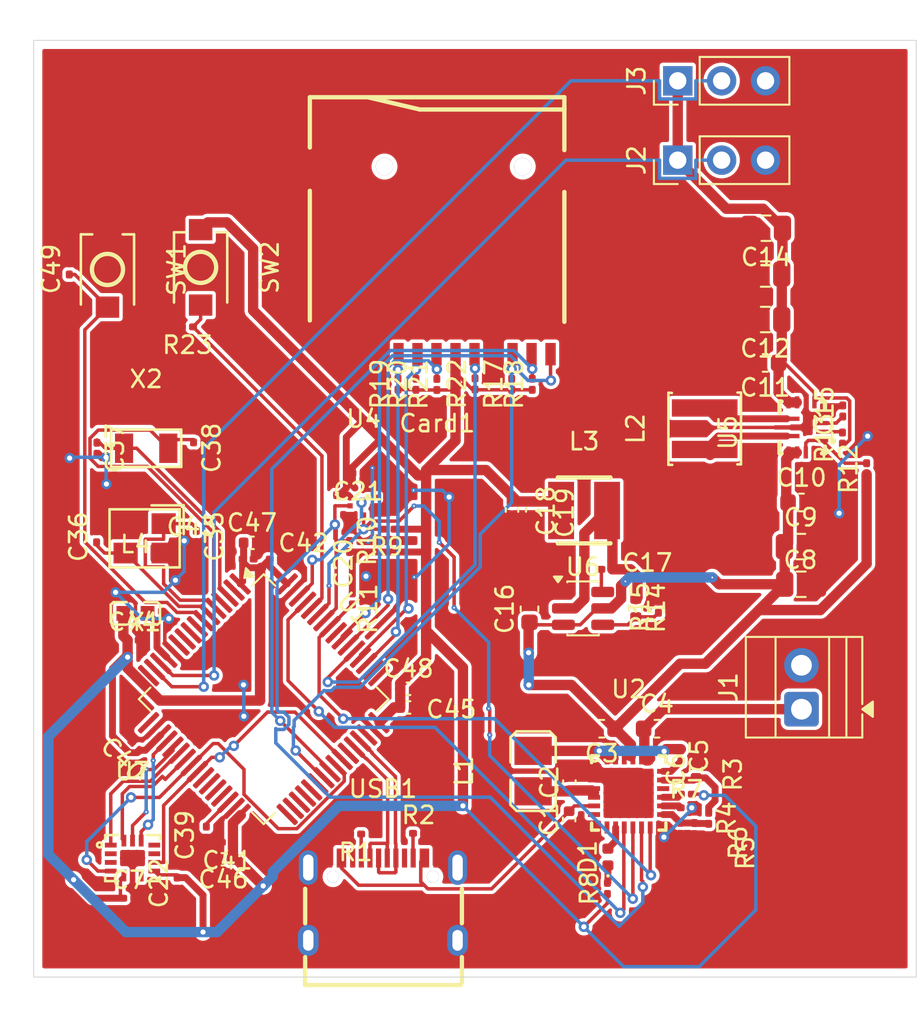
<source format=kicad_pcb>
(kicad_pcb (version 20241229) (generator "pcbnew") (generator_version "9.0")
  (layers (0 "F.Cu" signal) (2 "B.Cu" signal) (13 "F.Paste" user) (15 "B.Paste" user) (5 "F.SilkS" user "F.Silkscreen") (7 "B.SilkS" user "B.Silkscreen") (1 "F.Mask" user) (3 "B.Mask" user) (25 "Edge.Cuts" user))
  (net 0 "")
  (net 1 "GND")
  (net 2 "VBUS")
  (net 3 "Net-(C2-Pad1)")
  (net 4 "VSYS")
  (net 5 "+BATT")
  (net 6 "Net-(U2-BTST)")
  (net 7 "/BTST")
  (net 8 "VREGN")
  (net 9 "+3.3V")
  (net 10 "+5V")
  (net 11 "Net-(U5-Vaux)")
  (net 12 "Net-(U6-SW)")
  (net 13 "Net-(U6-CB)")
  (net 14 "/HSE_IN")
  (net 15 "/HSE_OUT")
  (net 16 "/LSE_IN")
  (net 17 "/LSE_OUT")
  (net 18 "Net-(U1-VCAP_1)")
  (net 19 "/RESET")
  (net 20 "/SD_DAT1")
  (net 21 "/SD_CD")
  (net 22 "/SD_CLK")
  (net 23 "/SD_DAT2")
  (net 24 "/SD_DAT0")
  (net 25 "/SD_CMD")
  (net 26 "/SD_DAT3")
  (net 27 "Net-(D1-A)")
  (net 28 "Net-(D1-K)")
  (net 29 "/SERVO1")
  (net 30 "/SERVO2")
  (net 31 "Net-(U5-L2)")
  (net 32 "Net-(U5-L1)")
  (net 33 "Net-(U1-VDDA)")
  (net 34 "Net-(USB1-CC1)")
  (net 35 "Net-(USB1-CC2)")
  (net 36 "Net-(U2-TS)")
  (net 37 "Net-(U2-ILIM)")
  (net 38 "/I2C_SDA")
  (net 39 "/I2C_SCL")
  (net 40 "/BQ_INT")
  (net 41 "Net-(U5-EN)")
  (net 42 "Net-(U5-PG)")
  (net 43 "Net-(U6-FB)")
  (net 44 "/BOOT")
  (net 47 "/BMP_INT")
  (net 48 "/BQ_CE")
  (net 50 "/ICM_INT2")
  (net 51 "/ICM_CS")
  (net 53 "/USB_DP")
  (net 54 "/ICM_SDO")
  (net 59 "/ICM_INT1")
  (net 65 "/USB_DN")
  (net 71 "/ICM_SCK")
  (net 73 "/ICM_SDI")
  (net 87 "/BQ_PG")
  (footprint "Capacitor_SMD:C_0603_1608Metric" (layer "F.Cu") (at 168.85 115.94 180)
    (property "Reference" "C3")
    (property "Value" "44uF")
  )
  (footprint "Capacitor_SMD:C_0201_0603Metric" (layer "F.Cu") (at 141.48 125.74)
    (property "Reference" "C7")
    (property "Value" "100nF")
  )
  (footprint "Capacitor_SMD:C_0603_1608Metric" (layer "F.Cu") (at 164.671984 109.01 90)
    (property "Reference" "C16")
    (property "Value" "2.2uF")
  )
  (footprint "Resistor_SMD:R_0201_0603Metric" (layer "F.Cu") (at 174.21 121.71 -90)
    (property "Reference" "R6")
    (property "Value" "10K")
  )
  (footprint "Capacitor_SMD:C_0603_1608Metric" (layer "F.Cu") (at 178.31 94.785 180)
    (property "Reference" "C11")
    (property "Value" "10uF")
  )
  (footprint "TerminalBlock:TerminalBlock_Xinya_XY308-2.54-2P_1x02_P2.54mm_Horizontal" (layer "F.Cu") (at 180.41 114.81 90)
    (property "Reference" "J1")
    (property "Value" "Screw_Terminal_01x02")
  )
  (footprint "Resistor_SMD:R_0201_0603Metric" (layer "F.Cu") (at 172.131984 108.91 90)
    (property "Reference" "R15")
    (property "Value" "22.1K")
  )
  (footprint "Resistor_SMD:R_0201_0603Metric" (layer "F.Cu") (at 164.83 96.02 90)
    (property "Reference" "R18")
    (property "Value" "10K")
  )
  (footprint "Resistor_SMD:R_0201_0603Metric" (layer "F.Cu") (at 158.25 121.9875)
    (property "Reference" "R2")
    (property "Value" "5.1K")
  )
  (footprint "Capacitor_SMD:C_0805_2012Metric" (layer "F.Cu") (at 180.37 105.405)
    (property "Reference" "C9")
    (property "Value" "10uF")
  )
  (footprint "Capacitor_SMD:C_0201_0603Metric" (layer "F.Cu") (at 145.97 121.92 -90)
    (property "Reference" "C39")
    (property "Value" "2.2uF")
  )
  (footprint "Capacitor_SMD:C_0201_0603Metric" (layer "F.Cu") (at 145.39 104.82 -90)
    (property "Reference" "C35")
    (property "Value" "20pF")
  )
  (footprint "Capacitor_SMD:C_0402_1005Metric" (layer "F.Cu") (at 166.965 121.1875 90)
    (property "Reference" "C1")
    (property "Value" "1uF")
  )
  (footprint "Capacitor_SMD:C_0603_1608Metric" (layer "F.Cu") (at 172.05 115.94)
    (property "Reference" "C4")
    (property "Value" "10uF")
  )
  (footprint "lib:LGA-10_L2.0-W2.0-P0.50-TL_BMP580" (layer "F.Cu") (at 155.07 102.799)
    (property "Reference" "U4")
    (property "Value" "BMP580")
  )
  (footprint "Resistor_SMD:R_0201_0603Metric" (layer "F.Cu") (at 156.54 104.4 180)
    (property "Reference" "R9")
    (property "Value" "10K")
  )
  (footprint "lib:TF-SMD_TF-01A" (layer "F.Cu") (at 159.33 89 180)
    (property "Reference" "Card1")
    (property "Value" "TF-01A")
  )
  (footprint "Resistor_SMD:R_0201_0603Metric" (layer "F.Cu") (at 169.18 125.175 90)
    (property "Reference" "R8")
    (property "Value" "10K")
  )
  (footprint "Capacitor_SMD:C_0201_0603Metric" (layer "F.Cu") (at 141.735 110.82)
    (property "Reference" "C44")
    (property "Value" "100nF")
  )
  (footprint "LED_SMD:LED_0402_1005Metric" (layer "F.Cu") (at 169.21 123.36 90)
    (property "Reference" "D1")
    (property "Value" "LED")
  )
  (footprint "Capacitor_SMD:C_0201_0603Metric" (layer "F.Cu") (at 149.965 106.13)
    (property "Reference" "C42")
    (property "Value" "100nF")
  )
  (footprint "lib:LGA-14_L3.0-W2.5-P0.50-TL" (layer "F.Cu") (at 141.7 123.42)
    (property "Reference" "U7")
    (property "Value" "ICM-45686")
  )
  (footprint "Resistor_SMD:R_0201_0603Metric" (layer "F.Cu") (at 154.26 105.4 90)
    (property "Reference" "R10")
    (property "Value" "10K")
  )
  (footprint "Capacitor_SMD:C_0805_2012Metric" (layer "F.Cu") (at 180.39 107.585)
    (property "Reference" "C8")
    (property "Value" "10uF")
  )
  (footprint "Capacitor_SMD:C_0402_1005Metric" (layer "F.Cu") (at 164.83 103.28 90)
    (property "Reference" "C19")
    (property "Value" "22uF")
  )
  (footprint "Capacitor_SMD:C_0201_0603Metric" (layer "F.Cu") (at 169.15 106.72)
    (property "Reference" "C17")
    (property "Value" "100nF")
  )
  (footprint "Resistor_SMD:R_0201_0603Metric" (layer "F.Cu") (at 159.31 96.03 90)
    (property "Reference" "R21")
    (property "Value" "10K")
  )
  (footprint "Resistor_SMD:R_0201_0603Metric" (layer "F.Cu") (at 161.52 96 90)
    (property "Reference" "R22")
    (property "Value" "10K")
  )
  (footprint "Resistor_SMD:R_0201_0603Metric" (layer "F.Cu") (at 144.88 92.7 180)
    (property "Reference" "R23")
    (property "Value" "10K")
  )
  (footprint "Package_TO_SOT_SMD:SOT-23-6" (layer "F.Cu") (at 167.771984 108.98)
    (property "Reference" "U6")
    (property "Value" "LMR51430")
  )
  (footprint "Capacitor_SMD:C_0201_0603Metric" (layer "F.Cu") (at 182.8 97.565 90)
    (property "Reference" "C15")
    (property "Value" "100nF")
  )
  (footprint "Capacitor_SMD:C_0201_0603Metric" (layer "F.Cu") (at 138.04 89.35 90)
    (property "Reference" "C49")
    (property "Value" "100nF")
  )
  (footprint "Capacitor_SMD:C_0201_0603Metric" (layer "F.Cu") (at 148.39 106.13)
    (property "Reference" "C43")
    (property "Value" "100nF")
  )
  (footprint "Capacitor_SMD:C_0201_0603Metric" (layer "F.Cu") (at 144.28 124.87 90)
    (property "Reference" "C22")
    (property "Value" "100nF")
  )
  (footprint "lib:SW-SMD_L3.9-W3.0-P4.45" (layer "F.Cu") (at 145.64 89.26 -90)
    (property "Reference" "SW2")
    (property "Value" "TS-1088-AR02016")
  )
  (footprint "Resistor_SMD:R_0201_0603Metric" (layer "F.Cu") (at 184.18 100.905 90)
    (property "Reference" "R12")
    (property "Value" "10K")
  )
  (footprint "Connector_PinHeader_2.54mm:PinHeader_1x03_P2.54mm_Vertical" (layer "F.Cu") (at 173.25 83.06 90)
    (property "Reference" "J2")
    (property "Value" "Conn_01x03")
  )
  (footprint "Capacitor_SMD:C_0402_1005Metric" (layer "F.Cu") (at 157.67 113.63)
    (property "Reference" "C48")
    (property "Value" "10uF")
  )
  (footprint "Capacitor_SMD:C_0402_1005Metric" (layer "F.Cu") (at 166.98 119.03 90)
    (property "Reference" "C2")
    (property "Value" "10uF")
  )
  (footprint "Resistor_SMD:R_0201_0603Metric" (layer "F.Cu") (at 157.06 96.01 90)
    (property "Reference" "R19")
    (property "Value" "10K")
  )
  (footprint "lib:L0603" (layer "F.Cu") (at 141.87 109.27)
    (property "Reference" "L4")
    (property "Value" "FCM1608KF-601T03")
  )
  (footprint "Resistor_SMD:R_0402_1005Metric" (layer "F.Cu") (at 170.821984 108.96 -90)
    (property "Reference" "R14")
    (property "Value" "100K")
  )
  (footprint "Resistor_SMD:R_0201_0603Metric" (layer "F.Cu") (at 173.75 119.7225 180)
    (property "Reference" "R3")
    (property "Value" "10K")
  )
  (footprint "Resistor_SMD:R_0201_0603Metric" (layer "F.Cu") (at 154.61 122.0275 180)
    (property "Reference" "R1")
    (property "Value" "5.1K")
  )
  (footprint "Resistor_SMD:R_0201_0603Metric" (layer "F.Cu") (at 182.78 99.13 90)
    (property "Reference" "R13")
    (property "Value" "10K")
  )
  (footprint "Capacitor_SMD:C_0201_0603Metric" (layer "F.Cu") (at 173.43 117.51 -90)
    (property "Reference" "C5")
    (property "Value" "47nF")
  )
  (footprint "lib:IND-SMD_L4.0-W4.0-A" (layer "F.Cu") (at 174.81 98.59 90)
    (property "Reference" "L2")
    (property "Value" "1.5uH")
  )
  (footprint "Capacitor_SMD:C_0805_2012Metric" (layer "F.Cu") (at 178.32 92.275 180)
    (property "Reference" "C12")
    (property "Value" "22uF")
  )
  (footprint "Capacitor_SMD:C_0201_0603Metric" (layer "F.Cu") (at 153.51 102.11 90)
    (property "Reference" "C20")
    (property "Value" "100nF")
  )
  (footprint "Capacitor_SMD:C_0201_0603Metric" (layer "F.Cu") (at 145.23 99.7 -90)
    (property "Reference" "C38")
    (property "Value" "6.8pF")
  )
  (footprint "Resistor_SMD:R_0201_0603Metric" (layer "F.Cu") (at 173.74 120.51)
    (property "Reference" "R7")
    (property "Value" "383")
  )
  (footprint "Capacitor_SMD:C_0805_2012Metric" (layer "F.Cu") (at 178.36 86.995 180)
    (property "Reference" "C14")
    (property "Value" "22uF")
  )
  (footprint "lib:VQFN-HR-15_L3.0-W2.5-P0.50-BL_TPS63070RNMR" (layer "F.Cu") (at 180.59 98.515 90)
    (property "Reference" "U5")
    (property "Value" "TPS63070RNMR")
  )
  (footprint "Capacitor_SMD:C_0402_1005Metric" (layer "F.Cu") (at 174.31 118.3 90)
    (property "Reference" "C6")
    (property "Value" "10uF")
  )
  (footprint "lib:IND-SMD_L3.0-W3.0" (layer "F.Cu") (at 167.83 103.32)
    (property "Reference" "L3")
    (property "Value" "5.6uH")
  )
  (footprint "lib:VFQFPN-24_L4.0-W4.0-P0.50-BL-EP2.8" (layer "F.Cu") (at 170.405 119.6525)
    (property "Reference" "U2")
    (property "Value" "BQ25883RGER")
  )
  (footprint "Capacitor_SMD:C_0201_0603Metric" (layer "F.Cu") (at 139.64 99.72 -90)
    (property "Reference" "C37")
    (property "Value" "6.8pF")
  )
  (footprint "Capacitor_SMD:C_0805_2012Metric" (layer "F.Cu") (at 178.32 89.645 180)
    (property "Reference" "C13" (hide yes))
    (property "Value" "22uF")
  )
  (footprint "Capacitor_SMD:C_0603_1608Metric" (layer "F.Cu") (at 180.41 102.855)
    (property "Reference" "C10")
    (property "Value" "10uF")
  )
  (footprint "Capacitor_SMD:C_0402_1005Metric" (layer "F.Cu") (at 146.96 123.49 180)
    (property "Reference" "C46")
    (property "Value" "1uF")
  )
  (footprint "lib:USB-C-SMD_TYPE-C-6PIN-2MD-073" (layer "F.Cu") (at 156.19 125.7975)
    (property "Reference" "USB1")
    (property "Value" "TYPE-C 16PIN 2MD(073)")
  )
  (footprint "Resistor_SMD:R_0201_0603Metric" (layer "F.Cu") (at 173.4 121.7 -90)
    (property "Reference" "R5")
    (property "Value" "30.1K")
  )
  (footprint "Capacitor_SMD:C_0402_1005Metric" (layer "F.Cu") (at 157.67 114.71)
    (property "Reference" "C45")
    (property "Value" "1uF")
  )
  (footprint "Package_QFP:LQFP-64_10x10mm_P0.5mm" (layer "F.Cu") (at 149.29 114.23 -45)
    (property "Reference" "U1")
    (property "Value" "STM32F722RETx")
  )
  (footprint "Capacitor_SMD:C_0402_1005Metric" (layer "F.Cu") (at 163.66 103.29 90)
    (property "Reference" "C18")
    (property "Value" "22uF")
  )
  (footprint "lib:L2520" (layer "F.Cu") (at 164.88 118.39 90)
    (property "Reference" "L1")
    (property "Value" "1uH")
  )
  (footprint "lib:SW-SMD_L3.9-W3.0-P4.45" (layer "F.Cu") (at 140.25 89.38 -90)
    (property "Reference" "SW1")
    (property "Value" "TS-1088-AR02016")
  )
  (footprint "Capacitor_SMD:C_0201_0603Metric" (layer "F.Cu") (at 147.19 122.51 180)
    (property "Reference" "C41")
    (property "Value" "100nF")
  )
  (footprint "Capacitor_SMD:C_0402_1005Metric" (layer "F.Cu") (at 148.61 105.19)
    (property "Reference" "C47")
    (property "Value" "1uF")
  )
  (footprint "Capacitor_SMD:C_0201_0603Metric" (layer "F.Cu") (at 141.886274 116.956274 135)
    (property "Reference" "C40")
    (property "Value" "100nF")
  )
  (footprint "Resistor_SMD:R_0201_0603Metric" (layer "F.Cu") (at 154.42 108.43 -90)
    (property "Reference" "R11")
    (property "Value" "10K")
  )
  (footprint "Resistor_SMD:R_0201_0603Metric" (layer "F.Cu") (at 163.64 96.02 90)
    (property "Reference" "R17")
    (property "Value" "10K")
  )
  (footprint "Capacitor_SMD:C_0201_0603Metric" (layer "F.Cu") (at 139.62 104.84 90)
    (property "Reference" "C36")
    (property "Value" "20pF")
  )
  (footprint "Connector_PinHeader_2.54mm:PinHeader_1x03_P2.54mm_Vertical" (layer "F.Cu") (at 173.25 78.47 90)
    (property "Reference" "J3")
    (property "Value" "Conn_01x03")
  )
  (footprint "lib:OSC-SMD_L3.2-W1.5" (layer "F.Cu") (at 142.49 99.72)
    (property "Reference" "X2")
    (property "Value" "X321532768KGD2SI")
  )
  (footprint "Resistor_SMD:R_0201_0603Metric" (layer "F.Cu") (at 158.1 96.02 90)
    (property "Reference" "R20")
    (property "Value" "10K")
  )
  (footprint "Resistor_SMD:R_0201_0603Metric" (layer "F.Cu") (at 175.04 121.12 -90)
    (property "Reference" "R4")
    (property "Value" "5.23K")
  )
  (footprint "Capacitor_SMD:C_0201_0603Metric" (layer "F.Cu") (at 154.746274 101.166274 180)
    (property "Reference" "C21")
    (property "Value" "100nF")
  )
  (footprint "lib:CRYSTAL-SMD_4P-L3.2-W2.5-BL" (layer "F.Cu") (at 142.4 104.93 180)
    (property "Reference" "X1")
    (property "Value" "X322525MOB4SI")
  )
  (gr_rect (start 135.98 76.13) (end 187.05 130.3) (stroke (width 0.05)) (fill no) (layer "Edge.Cuts"))
  (segment (start 152.99 122.7905) (end 152.99 123.4175) (width 0.2) (layer "F.Cu") (net 1))
  (segment (start 154.57 104.608521) (end 155.061479 105.1) (width 0.2) (layer "F.Cu") (net 1))
  (segment (start 144.039732 111.454606) (end 143.567809 110.982683) (width 0.2) (layer "F.Cu") (net 1))
  (segment (start 154.29 122.0275) (end 153.753 122.0275) (width 0.2) (layer "F.Cu") (net 1))
  (segment (start 143.567809 110.982683) (end 143.567809 109.802191) (width 0.2) (layer "F.Cu") (net 1))
  (segment (start 173.37 122.05) (end 173.4 122.02) (width 0.2) (layer "F.Cu") (net 1))
  (segment (start 155.061479 105.1) (end 155.33 105.1) (width 0.2) (layer "F.Cu") (net 1))
  (segment (start 141.96 125.74) (end 141.7 125.48) (width 0.2) (layer "F.Cu") (net 1))
  (segment (start 177.37 87.035) (end 177.41 86.995) (width 0.6) (layer "F.Cu") (net 1))
  (segment (start 158.57 121.9875) (end 159.39 122.8075) (width 0.2) (layer "F.Cu") (net 1))
  (segment (start 181.3 105.425) (end 181.32 105.405) (width 0.2) (layer "F.Cu") (net 1))
  (segment (start 155.372548 100.86) (end 155.066274 101.166274) (width 0.2) (layer "F.Cu") (net 1))
  (segment (start 144.75 105.78) (end 145.39 105.14) (width 0.2) (layer "F.Cu") (net 1))
  (segment (start 143.567809 109.802191) (end 143.8 109.57) (width 0.2) (layer "F.Cu") (net 1))
  (segment (start 168.405 118.9025) (end 168.405 118.4025) (width 0.2) (layer "F.Cu") (net 1))
  (segment (start 181.65 97.805) (end 181.61 97.765) (width 0.2) (layer "F.Cu") (net 1))
  (segment (start 155.21 107.12) (end 157.95 107.12) (width 0.2) (layer "F.Cu") (net 1))
  (segment (start 153.753 122.0275) (end 152.99 122.7905) (width 0.2) (layer "F.Cu") (net 1))
  (segment (start 172.331983 108.59) (end 172.131984 108.59) (width 0.2) (layer "F.Cu") (net 1))
  (segment (start 154.57 103.579) (end 154.57 104.608521) (width 0.2) (layer "F.Cu") (net 1))
  (segment (start 155.58 100.86) (end 155.372548 100.86) (width 0.2) (layer "F.Cu") (net 1))
  (segment (start 159.39 122.8075) (end 159.39 123.4175) (width 0.2) (layer "F.Cu") (net 1))
  (segment (start 181.3 107.795) (end 181.3 105.425) (width 0.2) (layer "F.Cu") (net 1))
  (segment (start 156.531 103.579) (end 157.96 102.15) (width 0.2) (layer "F.Cu") (net 1))
  (segment (start 155.57 103.579) (end 156.531 103.579) (width 0.2) (layer "F.Cu") (net 1))
  (segment (start 181.36 105.125) (end 181.36 102.855) (width 0.2) (layer "F.Cu") (net 1))
  (segment (start 177.41 86.995) (end 177.185 86.995) (width 0.6) (layer "F.Cu") (net 1))
  (segment (start 157.95 107.12) (end 158 107.17) (width 0.2) (layer "F.Cu") (net 1))
  (segment (start 143.5 105.78) (end 144.75 105.78) (width 0.2) (layer "F.Cu") (net 1))
  (via (at 148.12 113.4) (size 0.6) (drill 0.3) (layers "F.Cu" "B.Cu") (net 1))
  (via (at 138.06 100.29) (size 0.6) (drill 0.3) (layers "F.Cu" "B.Cu") (net 1))
  (via (at 184.24 99.02) (size 0.6) (drill 0.3) (layers "F.Cu" "B.Cu") (net 1))
  (via (at 155.21 107.12) (size 0.6) (drill 0.3) (layers "F.Cu" "B.Cu") (net 1))
  (via micro (at 155.58 100.86) (size 0.3) (drill 0.1) (layers "F.Cu" "B.Cu") (net 1))
  (via (at 144.69 105.07) (size 0.6) (drill 0.3) (layers "F.Cu" "B.Cu") (net 1))
  (via micro (at 155.33 105.1) (size 0.3) (drill 0.1) (layers "F.Cu" "B.Cu") (net 1))
  (via (at 143.8 109.57) (size 0.6) (drill 0.3) (layers "F.Cu" "B.Cu") (net 1))
  (via micro (at 158 107.17) (size 0.3) (drill 0.1) (layers "F.Cu" "B.Cu") (net 1))
  (via (at 182.59 103.48) (size 0.6) (drill 0.3) (layers "F.Cu" "B.Cu") (net 1))
  (via (at 174.06 120.51) (size 0.6) (drill 0.3) (layers "F.Cu" "B.Cu") (net 1))
  (via micro (at 157.96 102.15) (size 0.3) (drill 0.1) (layers "F.Cu" "B.Cu") (net 1))
  (via (at 140.17 100.24) (size 0.6) (drill 0.3) (layers "F.Cu" "B.Cu") (net 1))
  (via (at 148.14 115.22) (size 0.6) (drill 0.3) (layers "F.Cu" "B.Cu") (net 1))
  (via (at 160.02 102.54) (size 0.6) (drill 0.3) (layers "F.Cu" "B.Cu") (net 1))
  (via (at 140.19 101.79) (size 0.6) (drill 0.3) (layers "F.Cu" "B.Cu") (net 1))
  (via (at 140.72 108.05) (size 0.6) (drill 0.3) (layers "F.Cu" "B.Cu") (net 1))
  (via (at 172.45 122.21) (size 0.6) (drill 0.3) (layers "F.Cu" "B.Cu") (net 1))
  (via (at 144.18 107.35) (size 0.6) (drill 0.3) (layers "F.Cu" "B.Cu") (net 1))
  (segment (start 143.48 108.05) (end 140.72 108.05) (width 0.2) (layer "B.Cu") (net 1))
  (segment (start 182.59 103.48) (end 182.59 100.67) (width 0.2) (layer "B.Cu") (net 1))
  (segment (start 140.17 100.24) (end 140.17 101.77) (width 0.2) (layer "B.Cu") (net 1))
  (segment (start 158.1 107.17) (end 160.02 105.25) (width 0.2) (layer "B.Cu") (net 1))
  (segment (start 143.8 109.57) (end 142.24 109.57) (width 0.2) (layer "B.Cu") (net 1))
  (segment (start 148.14 113.42) (end 148.12 113.4) (width 0.2) (layer "B.Cu") (net 1))
  (segment (start 140.17 101.77) (end 140.19 101.79) (width 0.2) (layer "B.Cu") (net 1))
  (segment (start 138.11 100.24) (end 138.06 100.29) (width 0.2) (layer "B.Cu") (net 1))
  (segment (start 155.58 104.85) (end 155.58 100.86) (width 0.2) (layer "B.Cu") (net 1))
  (segment (start 158 107.17) (end 158.1 107.17) (width 0.2) (layer "B.Cu") (net 1))
  (segment (start 144.69 105.07) (end 144.69 106.84) (width 0.2) (layer "B.Cu") (net 1))
  (segment (start 144.69 106.84) (end 144.18 107.35) (width 0.2) (layer "B.Cu") (net 1))
  (segment (start 159.63 102.15) (end 160.02 102.54) (width 0.2) (layer "B.Cu") (net 1))
  (segment (start 144.18 107.35) (end 143.48 108.05) (width 0.2) (layer "B.Cu") (net 1))
  (segment (start 174.06 120.51) (end 174.06 120.6) (width 0.2) (layer "B.Cu") (net 1))
  (segment (start 142.24 109.57) (end 140.72 108.05) (width 0.2) (layer "B.Cu") (net 1))
  (segment (start 155.33 105.1) (end 155.58 104.85) (width 0.2) (layer "B.Cu") (net 1))
  (segment (start 157.96 102.15) (end 159.63 102.15) (width 0.2) (layer "B.Cu") (net 1))
  (segment (start 140.17 100.24) (end 138.11 100.24) (width 0.2) (layer "B.Cu") (net 1))
  (segment (start 182.59 100.67) (end 184.24 99.02) (width 0.2) (layer "B.Cu") (net 1))
  (segment (start 160.02 105.25) (end 160.02 102.54) (width 0.2) (layer "B.Cu") (net 1))
  (segment (start 148.14 115.22) (end 148.14 113.42) (width 0.2) (layer "B.Cu") (net 1))
  (segment (start 174.06 120.6) (end 172.45 122.21) (width 0.2) (layer "B.Cu") (net 1))
  (segment (start 158.580568 124.989432) (end 154.783296 124.989432) (width 0.2) (layer "F.Cu") (net 2))
  (segment (start 153.79 123.996136) (end 153.79 123.4175) (width 0.2) (layer "F.Cu") (net 2))
  (segment (start 162.474 125.1985) (end 158.789636 125.1985) (width 0.2) (layer "F.Cu") (net 2))
  (segment (start 158.580568 124.989432) (end 158.379 124.787864) (width 0.2) (layer "F.Cu") (net 2))
  (segment (start 158.789636 125.1985) (end 158.580568 124.989432) (width 0.2) (layer "F.Cu") (net 2))
  (segment (start 158.379 124.787864) (end 158.379 123.6285) (width 0.2) (layer "F.Cu") (net 2))
  (segment (start 168.405 120.4025) (end 167.27 120.4025) (width 0.2) (layer "F.Cu") (net 2))
  (segment (start 167.27 120.4025) (end 166.965 120.7075) (width 0.2) (layer "F.Cu") (net 2))
  (segment (start 154.783296 124.989432) (end 153.79 123.996136) (width 0.2) (layer "F.Cu") (net 2))
  (segment (start 166.965 120.7075) (end 162.474 125.1985) (width 0.2) (layer "F.Cu") (net 2))
  (segment (start 158.379 123.6285) (end 158.59 123.4175) (width 0.2) (layer "F.Cu") (net 2))
  (segment (start 168.265 119.51) (end 168.405 119.65) (width 0.6) (layer "F.Cu") (net 3))
  (segment (start 168.405 119.65) (end 168.405 119.4025) (width 0.2) (layer "F.Cu") (net 3))
  (segment (start 166.98 119.51) (end 168.265 119.51) (width 0.6) (layer "F.Cu") (net 3))
  (segment (start 166.93 119.56) (end 166.98 119.51) (width 0.6) (layer "F.Cu") (net 3))
  (segment (start 164.88 119.56) (end 166.93 119.56) (width 0.6) (layer "F.Cu") (net 3))
  (segment (start 168.405 119.9025) (end 168.405 119.65) (width 0.2) (layer "F.Cu") (net 3))
  (segment (start 175.645 107.585) (end 175.25 107.19) (width 0.6) (layer "F.Cu") (net 4))
  (segment (start 179.44 107.585) (end 175.645 107.585) (width 0.6) (layer "F.Cu") (net 4))
  (segment (start 168.555016 108.98) (end 168.909484 108.98) (width 0.2) (layer "F.Cu") (net 4))
  (segment (start 179.66 99.965) (end 180.134 99.965) (width 0.6) (layer "F.Cu") (net 4))
  (segment (start 164.62 111.54) (end 164.62 109.836984) (width 0.6) (layer "F.Cu") (net 4))
  (segment (start 170.413 117.6525) (end 170.534 117.5315) (width 0.2) (layer "F.Cu") (net 4))
  (segment (start 167.605016 109.93) (end 168.555016 108.98) (width 0.2) (layer "F.Cu") (net 4))
  (segment (start 177.9475 109.0775) (end 179.44 107.585) (width 0.6) (layer "F.Cu") (net 4))
  (segment (start 170.155 117.6525) (end 170.413 117.6525) (width 0.2) (layer "F.Cu") (net 4))
  (segment (start 167.095 113.41) (end 164.63 113.41) (width 0.6) (layer "F.Cu") (net 4))
  (segment (start 169.41 108.98) (end 168.909484 108.98) (width 0.6) (layer "F.Cu") (net 4))
  (segment (start 179.44 105.425) (end 179.42 105.405) (width 0.6) (layer "F.Cu") (net 4))
  (segment (start 164.62 109.836984) (end 164.671984 109.785) (width 0.6) (layer "F.Cu") (net 4))
  (segment (start 169.625 115.94) (end 167.095 113.41) (width 0.6) (layer "F.Cu") (net 4))
  (segment (start 170.22 107.42) (end 169.972984 107.667016) (width 0.6) (layer "F.Cu") (net 4))
  (segment (start 179.44 107.585) (end 179.44 105.425) (width 0.6) (layer "F.Cu") (net 4))
  (segment (start 169.625 115.94) (end 173.385 112.18) (width 0.6) (layer "F.Cu") (net 4))
  (segment (start 184.18 106.39758) (end 181.50008 109.0775) (width 0.6) (layer "F.Cu") (net 4))
  (segment (start 179.529 102.749) (end 179.529 100.351) (width 0.6) (layer "F.Cu") (net 4))
  (segment (start 179.4 105.425) (end 179.42 105.405) (width 0.2) (layer "F.Cu") (net 4))
  (segment (start 164.671984 109.49) (end 165.111984 109.93) (width 0.2) (layer "F.Cu") (net 4))
  (segment (start 181.50008 109.0775) (end 177.9475 109.0775) (width 0.6) (layer "F.Cu") (net 4))
  (segment (start 166.634484 109.93) (end 167.605016 109.93) (width 0.2) (layer "F.Cu") (net 4))
  (segment (start 165.111984 109.93) (end 166.634484 109.93) (width 0.2) (layer "F.Cu") (net 4))
  (segment (start 174.845 112.18) (end 177.9475 109.0775) (width 0.6) (layer "F.Cu") (net 4))
  (segment (start 184.18 101.225) (end 184.18 106.39758) (width 0.6) (layer "F.Cu") (net 4))
  (segment (start 179.635 102.855) (end 179.529 102.749) (width 0.6) (layer "F.Cu") (net 4))
  (segment (start 179.529 100.351) (end 179.9 99.98) (width 0.6) (layer "F.Cu") (net 4))
  (segment (start 179.635 105.19) (end 179.42 105.405) (width 0.6) (layer "F.Cu") (net 4))
  (segment (start 169.972984 108.417016) (end 169.41 108.98) (width 0.6) (layer "F.Cu") (net 4))
  (segment (start 169.625 115.94) (end 170.534 116.849) (width 0.6) (layer "F.Cu") (net 4))
  (segment (start 179.635 102.855) (end 179.635 105.19) (width 0.6) (layer "F.Cu") (net 4))
  (segment (start 170.534 116.849) (end 170.534 117.5315) (width 0.6) (layer "F.Cu") (net 4))
  (segment (start 173.385 112.18) (end 174.845 112.18) (width 0.6) (layer "F.Cu") (net 4))
  (segment (start 169.972984 107.667016) (end 169.972984 108.417016) (width 0.6) (layer "F.Cu") (net 4))
  (via (at 164.63 113.41) (size 0.6) (drill 0.3) (layers "F.Cu" "B.Cu") (net 4))
  (via micro (at 175.25 107.19) (size 0.3) (drill 0.1) (layers "F.Cu" "B.Cu") (net 4))
  (via (at 164.62 111.54) (size 0.6) (drill 0.3) (layers "F.Cu" "B.Cu") (net 4))
  (via micro (at 170.22 107.42) (size 0.3) (drill 0.1) (layers "F.Cu" "B.Cu") (net 4))
  (segment (start 175.25 107.19) (end 170.45 107.19) (width 0.6) (layer "B.Cu") (net 4))
  (segment (start 164.63 111.55) (end 164.62 111.54) (width 0.6) (layer "B.Cu") (net 4))
  (segment (start 170.45 107.19) (end 170.22 107.42) (width 0.6) (layer "B.Cu") (net 4))
  (segment (start 164.63 113.41) (end 164.63 111.55) (width 0.6) (layer "B.Cu") (net 4))
  (segment (start 171.315 115.98) (end 171.315 117.6525) (width 0.6) (layer "F.Cu") (net 5))
  (segment (start 171.536 117.7715) (end 171.434 117.7715) (width 0.6) (layer "F.Cu") (net 5))
  (segment (start 171.655 117.6525) (end 171.536 117.7715) (width 0.6) (layer "F.Cu") (net 5))
  (segment (start 171.275 115.94) (end 172.405 114.81) (width 0.6) (layer "F.Cu") (net 5))
  (segment (start 171.434 117.7715) (end 171.315 117.6525) (width 0.6) (layer "F.Cu") (net 5))
  (segment (start 171.275 115.94) (end 171.315 115.98) (width 0.6) (layer "F.Cu") (net 5))
  (segment (start 172.405 114.81) (end 180.41 114.81) (width 0.6) (layer "F.Cu") (net 5))
  (segment (start 172.8575 118.4025) (end 173.43 117.83) (width 0.4) (layer "F.Cu") (net 6))
  (segment (start 172.405 118.4025) (end 172.8575 118.4025) (width 0.4) (layer "F.Cu") (net 6))
  (segment (start 169.165 117.6525) (end 169.534 117.6525) (width 0.6) (layer "F.Cu") (net 7))
  (segment (start 172.46 117.24) (end 172.581 117.119) (width 0.6) (layer "F.Cu") (net 7))
  (segment (start 164.88 117.22) (end 168.71 117.22) (width 0.6) (layer "F.Cu") (net 7))
  (segment (start 172.581 117.119) (end 173.43 117.119) (width 0.6) (layer "F.Cu") (net 7))
  (segment (start 168.71 117.22) (end 168.7325 117.22) (width 0.6) (layer "F.Cu") (net 7))
  (segment (start 168.7325 117.22) (end 169.165 117.6525) (width 0.6) (layer "F.Cu") (net 7))
  (via (at 172.46 117.24) (size 0.6) (drill 0.3) (layers "F.Cu" "B.Cu") (net 7))
  (via (at 168.71 117.22) (size 0.6) (drill 0.3) (layers "F.Cu" "B.Cu") (net 7))
  (segment (start 172.44 117.22) (end 172.46 117.24) (width 0.6) (layer "B.Cu") (net 7))
  (segment (start 168.71 117.22) (end 172.44 117.22) (width 0.6) (layer "B.Cu") (net 7))
  (segment (start 174.31 118.78) (end 174.86 118.78) (width 0.4) (layer "F.Cu") (net 8))
  (segment (start 175.41 120.1) (end 175.04 120.47) (width 0.4) (layer "F.Cu") (net 8))
  (segment (start 175.41 119.33) (end 175.41 120.1) (width 0.4) (layer "F.Cu") (net 8))
  (segment (start 175.04 120.47) (end 175.04 120.8) (width 0.4) (layer "F.Cu") (net 8))
  (segment (start 174.86 118.78) (end 175.41 119.33) (width 0.4) (layer "F.Cu") (net 8))
  (segment (start 174.1765 118.9135) (end 172.405 118.9135) (width 0.4) (layer "F.Cu") (net 8))
  (segment (start 174.31 118.78) (end 174.1765 118.9135) (width 0.4) (layer "F.Cu") (net 8))
  (segment (start 144.28 124.39) (end 143.18 124.39) (width 0.2) (layer "F.Cu") (net 9))
  (segment (start 158.11 96.35) (end 158.1 96.34) (width 0.2) (layer "F.Cu") (net 9))
  (segment (start 148.07 106.13) (end 148.07 107.424338) (width 0.4) (layer "F.Cu") (net 9))
  (segment (start 149.08 114.31) (end 149.08 106.695) (width 0.6) (layer "F.Cu") (net 9))
  (segment (start 147.51 123.42) (end 147.51 122.51) (width 0.6) (layer "F.Cu") (net 9))
  (segment (start 141.17 109.27) (end 141.17 110.575) (width 0.6) (layer "F.Cu") (net 9))
  (segment (start 149.08 106.695) (end 149.144 106.631) (width 0.6) (layer "F.Cu") (net 9))
  (segment (start 153.66987 102.43) (end 154.07 102.02987) (width 0.4) (layer "F.Cu") (net 9))
  (segment (start 143.287468 114.31) (end 149.08 114.31) (width 0.6) (layer "F.Cu") (net 9))
  (segment (start 155.0295 98.1005) (end 148.68 91.751) (width 0.6) (layer "F.Cu") (net 9))
  (segment (start 141.17 110.575) (end 141.415 110.82) (width 0.6) (layer "F.Cu") (net 9))
  (segment (start 149.645 106.559338) (end 150.651181 107.565519) (width 0.4) (layer "F.Cu") (net 9))
  (segment (start 158.69 111.820001) (end 157.19 113.320001) (width 0.6) (layer "F.Cu") (net 9))
  (segment (start 163.64 96.34) (end 164.83 96.34) (width 0.2) (layer "F.Cu") (net 9))
  (segment (start 164.83 102.8) (end 163.97 102.8) (width 0.6) (layer "F.Cu") (net 9))
  (segment (start 158.69 110.27) (end 158.69 111.820001) (width 0.6) (layer "F.Cu") (net 9))
  (segment (start 158.69 110.27) (end 160.82 112.4) (width 0.6) (layer "F.Cu") (net 9))
  (segment (start 161.36013 96.32) (end 160.935065 95.894935) (width 0.2) (layer "F.Cu") (net 9))
  (segment (start 141.415 110.82) (end 141.415 111.58) (width 0.6) (layer "F.Cu") (net 9))
  (segment (start 154.26 105.72) (end 154.99 105.72) (width 0.4) (layer "F.Cu") (net 9))
  (segment (start 160.935065 95.894935) (end 160.39 95.34987) (width 0.2) (layer "F.Cu") (net 9))
  (segment (start 158.69 105.68) (end 158.69 110.27) (width 0.6) (layer "F.Cu") (net 9))
  (segment (start 147.44 123.49) (end 147.51 123.42) (width 0.6) (layer "F.Cu") (net 9))
  (segment (start 141 124.63) (end 141.2 124.43) (width 0.2) (layer "F.Cu") (net 9))
  (segment (start 148.07 107.424338) (end 147.928819 107.565519) (width 0.4) (layer "F.Cu") (net 9))
  (segment (start 174.6925 119.7225) (end 174.76 119.79) (width 0.2) (layer "F.Cu") (net 9))
  (segment (start 142.448364 117.182548) (end 143.332625 116.298287) (width 0.4) (layer "F.Cu") (net 9))
  (segment (start 154.426274 101.166274) (end 154.426274 101.875274) (width 0.4) (layer "F.Cu") (net 9))
  (segment (start 141.415 111.58) (end 141.415 111.8) (width 0.6) (layer "F.Cu") (net 9))
  (segment (start 154.171 102.43) (end 154.29 102.549) (width 0.4) (layer "F.Cu") (net 9))
  (segment (start 149.144 106.631) (end 149.645 106.13) (width 0.4) (layer "F.Cu") (net 9))
  (segment (start 154.07 99.08) (end 155.0295 98.1205) (width 0.4) (layer "F.Cu") (net 9))
  (segment (start 163.67 102.8) (end 163.66 102.81) (width 0.6) (layer "F.Cu") (net 9))
  (segment (start 142.112548 117.182548) (end 142.448364 117.182548) (width 0.4) (layer "F.Cu") (net 9))
  (segment (start 169.18 126.03) (end 167.815 127.395) (width 0.2) (layer "F.Cu") (net 9))
  (segment (start 154.99 105.72) (end 158.65 105.72) (width 0.4) (layer "F.Cu") (net 9))
  (segment (start 146.06 86.66) (end 145.64 87.08) (width 0.6) (layer "F.Cu") (net 9))
  (segment (start 154.426274 101.166274) (end 154.426274 100.813726) (width 0.4) (layer "F.Cu") (net 9))
  (segment (start 147.16 86.66) (end 146.06 86.66) (width 0.6) (layer "F.Cu") (net 9))
  (segment (start 147.72 123.49) (end 149.26 125.03) (width 0.6) (layer "F.Cu") (net 9))
  (segment (start 158.69 101.29) (end 158.219 101.29) (width 0.6) (layer "F.Cu") (net 9))
  (segment (start 149.645 106.13) (end 149.645 106.559338) (width 0.4) (layer "F.Cu") (net 9))
  (segment (start 160.82 112.4) (end 160.82 120.4) (width 0.6) (layer "F.Cu") (net 9))
  (segment (start 148.68 88.18) (end 147.16 86.66) (width 0.6) (layer "F.Cu") (net 9))
  (segment (start 157.19 114.71) (end 156.835662 114.71) (width 0.6) (layer "F.Cu") (net 9))
  (segment (start 147.51 121.385426) (end 147.964882 120.930544) (width 0.6) (layer "F.Cu") (net 9))
  (segment (start 161.52 96.32) (end 161.36013 96.32) (width 0.2) (layer "F.Cu") (net 9))
  (segment (start 140.54 116.35) (end 141.513969 117.323969) (width 0.4) (layer "F.Cu") (net 9))
  (segment (start 156.86 104.4) (end 158.59 104.4) (width 0.4) (layer "F.Cu") (net 9))
  (segment (start 153.51 102.43) (end 154.171 102.43) (width 0.4) (layer "F.Cu") (net 9))
  (segment (start 158.59 104.4) (end 158.69 104.3) (width 0.4) (layer "F.Cu") (net 9))
  (segment (start 148.13 105.19) (end 148.13 106.07) (width 0.4) (layer "F.Cu") (net 9))
  (segment (start 156.0845 99.1555) (end 155.0295 98.1005) (width 0.6) (layer "F.Cu") (net 9))
  (segment (start 147.44 123.49) (end 147.72 123.49) (width 0.6) (layer "F.Cu") (net 9))
  (segment (start 154.42 106.29) (end 154.42 108.11) (width 0.4) (layer "F.Cu") (net 9))
  (segment (start 140.54 116.35) (end 140.54 112.455) (width 0.4) (layer "F.Cu") (net 9))
  (segment (start 141.971127 117.323969) (end 142.112548 117.182548) (width 0.4) (layer "F.Cu") (net 9))
  (segment (start 163.64 96.34) (end 161.54 96.34) (width 0.2) (layer "F.Cu") (net 9))
  (segment (start 145.78 125.56) (end 145.78 127.7) (width 0.4) (layer "F.Cu") (net 9))
  (segment (start 159.31 96.35) (end 160.48 96.35) (width 0.2) (layer "F.Cu") (net 9))
  (segment (start 157.06 96.33) (end 158.09 96.33) (width 0.2) (layer "F.Cu") (net 9))
  (segment (start 158.65 105.72) (end 158.69 105.68) (width 0.4) (layer "F.Cu") (net 9))
  (segment (start 154.99 105.72) (end 154.42 106.29) (width 0.4) (layer "F.Cu") (net 9))
  (segment (start 154.426274 101.875274) (end 154.57 102.019) (width 0.4) (layer "F.Cu") (net 9))
  (segment (start 141.415 111.8) (end 141.415 112.437532) (width 0.6) (layer "F.Cu") (net 9))
  (segment (start 154.426274 100.813726) (end 156.0845 99.1555) (width 0.4) (layer "F.Cu") (net 9))
  (segment (start 148.41113 106.631) (end 149.144 106.631) (width 0.4) (layer "F.Cu") (net 9))
  (segment (start 139.36 125.74) (end 138.29 124.67) (width 0.4) (layer "F.Cu") (net 9))
  (segment (start 158.69 100.979091) (end 160.39 99.279091) (width 0.6) (layer "F.Cu") (net 9))
  (segment (start 163.97 102.8) (end 162.149091 100.979091) (width 0.6) (layer "F.Cu") (net 9))
  (segment (start 158.69 103.76) (end 158.69 104.3) (width 0.6) (layer "F.Cu") (net 9))
  (segment (start 144.77 124.55) (end 145.78 125.56) (width 0.4) (layer "F.Cu") (net 9))
  (segment (start 160.39 99.279091) (end 160.39 94.28) (width 0.6) (layer "F.Cu") (net 9))
  (segment (start 141.415 112.437532) (end 143.287468 114.31) (width 0.6) (layer "F.Cu") (net 9))
  (segment (start 154.07 102.02987) (end 154.07 99.08) (width 0.4) (layer "F.Cu") (net 9))
  (segment (start 143.18 124.39) (end 142.96 124.17) (width 0.2) (layer "F.Cu") (net 9))
  (segment (start 144.28 124.55) (end 144.77 124.55) (width 0.4) (layer "F.Cu") (net 9))
  (segment (start 165.98 102.8) (end 164.83 102.8) (width 0.6) (layer "F.Cu") (net 9))
  (segment (start 148.13 106.34987) (end 148.41113 106.631) (width 0.4) (layer "F.Cu") (net 9))
  (segment (start 160.48 96.35) (end 160.935065 95.894935) (width 0.2) (layer "F.Cu") (net 9))
  (segment (start 141.513969 117.323969) (end 141.971127 117.323969) (width 0.4) (layer "F.Cu") (net 9))
  (segment (start 174.07 119.7225) (end 174.6925 119.7225) (width 0.2) (layer "F.Cu") (net 9))
  (segment (start 157.19 113.63) (end 157.19 114.71) (width 0.6) (layer "F.Cu") (net 9))
  (segment (start 153.51 102.43) (end 153.66987 102.43) (width 0.4) (layer "F.Cu") (net 9))
  (segment (start 158.69 100.979091) (end 158.69 101.29) (width 0.6) (layer "F.Cu") (net 9))
  (segment (start 158.09 96.33) (end 158.1 96.34) (width 0.2) (layer "F.Cu") (net 9))
  (segment (start 141 125.74) (end 141 124.63) (width 0.2) (layer "F.Cu") (net 9))
  (segment (start 155.0295 98.1205) (end 155.0295 98.1005) (width 0.4) (layer "F.Cu") (net 9))
  (segment (start 158.69 101.29) (end 158.69 103.76) (width 0.6) (layer "F.Cu") (net 9))
  (segment (start 169.2325 125.5475) (end 169.18 125.495) (width 0.2) (layer "F.Cu") (net 9))
  (segment (start 157.19 113.320001) (end 157.19 113.63) (width 0.6) (layer "F.Cu") (net 9))
  (segment (start 169.18 125.495) (end 169.18 126.03) (width 0.2) (layer "F.Cu") (net 9))
  (segment (start 160.39 95.34987) (end 160.39 94.28) (width 0.2) (layer "F.Cu") (net 9))
  (segment (start 163.97 102.8) (end 163.67 102.8) (width 0.6) (layer "F.Cu") (net 9))
  (segment (start 158.69 104.3) (end 158.69 105.68) (width 0.6) (layer "F.Cu") (net 9))
  (segment (start 148.13 105.19) (end 148.13 106.34987) (width 0.4) (layer "F.Cu") (net 9))
  (segment (start 161.54 96.34) (end 161.52 96.32) (width 0.2) (layer "F.Cu") (net 9))
  (segment (start 148.68 91.751) (end 148.68 88.18) (width 0.6) (layer "F.Cu") (net 9))
  (segment (start 141.16 125.74) (end 139.36 125.74) (width 0.4) (layer "F.Cu") (net 9))
  (segment (start 159.31 96.35) (end 158.11 96.35) (width 0.2) (layer "F.Cu") (net 9))
  (segment (start 147.51 122.51) (end 147.51 121.385426) (width 0.6) (layer "F.Cu") (net 9))
  (segment (start 148.13 106.07) (end 148.07 106.13) (width 0.4) (layer "F.Cu") (net 9))
  (segment (start 162.149091 100.979091) (end 158.69 100.979091) (width 0.6) (layer "F.Cu") (net 9))
  (segment (start 140.54 112.455) (end 141.415 111.58) (width 0.4) (layer "F.Cu") (net 9))
  (segment (start 158.219 101.29) (end 156.0845 99.1555) (width 0.6) (layer "F.Cu") (net 9))
  (segment (start 156.835662 114.71) (end 155.990544 115.555118) (width 0.6) (layer "F.Cu") (net 9))
  (segment (start 166.5 103.32) (end 165.98 102.8) (width 0.6) (layer "F.Cu") (net 9))
  (via (at 149.26 125.03) (size 0.6) (drill 0.3) (layers "F.Cu" "B.Cu") (net 9))
  (via (at 145.78 127.7) (size 0.6) (drill 0.3) (layers "F.Cu" "B.Cu") (net 9))
  (via (at 174.76 119.79) (size 0.6) (drill 0.3) (layers "F.Cu" "B.Cu") (net 9))
  (via (at 141.415 111.8) (size 0.6) (drill 0.3) (layers "F.Cu" "B.Cu") (net 9))
  (via (at 167.815 127.395) (size 0.6) (drill 0.3) (layers "F.Cu" "B.Cu") (net 9))
  (via (at 160.82 120.4) (size 0.6) (drill 0.3) (layers "F.Cu" "B.Cu") (net 9))
  (via (at 138.29 124.67) (size 0.6) (drill 0.3) (layers "F.Cu" "B.Cu") (net 9))
  (segment (start 177.77 121.58) (end 177.77 125.6) (width 0.2) (layer "B.Cu") (net 9))
  (segment (start 141.415 111.8) (end 136.831 116.384) (width 0.6) (layer "B.Cu") (net 9))
  (segment (start 136.831 116.384) (end 136.831 123.211) (width 0.6) (layer "B.Cu") (net 9))
  (segment (start 145.78 127.7) (end 146.59 127.7) (width 0.6) (layer "B.Cu") (net 9))
  (segment (start 175.67 128.52) (end 174.491 129.699) (width 0.2) (layer "B.Cu") (net 9))
  (segment (start 175.98 119.79) (end 177.77 121.58) (width 0.2) (layer "B.Cu") (net 9))
  (segment (start 174.491 129.699) (end 170.119 129.699) (width 0.2) (layer "B.Cu") (net 9))
  (segment (start 136.831 123.211) (end 138.29 124.67) (width 0.6) (layer "B.Cu") (net 9))
  (segment (start 149.26 125.03) (end 149.82 124.47) (width 0.6) (layer "B.Cu") (net 9))
  (segment (start 174.76 119.79) (end 175.98 119.79) (width 0.2) (layer "B.Cu") (net 9))
  (segment (start 170.119 129.699) (end 167.815 127.395) (width 0.2) (layer "B.Cu") (net 9))
  (segment (start 146.59 127.7) (end 149.26 125.03) (width 0.6) (layer "B.Cu") (net 9))
  (segment (start 149.82 124.22) (end 153.64 120.4) (width 0.6) (layer "B.Cu") (net 9))
  (segment (start 177.77 125.6) (end 177.77 126.42) (width 0.2) (layer "B.Cu") (net 9))
  (segment (start 153.64 120.4) (end 160.82 120.4) (width 0.6) (layer "B.Cu") (net 9))
  (segment (start 167.815 127.395) (end 160.82 120.4) (width 0.2) (layer "B.Cu") (net 9))
  (segment (start 177.77 126.42) (end 175.67 128.52) (width 0.2) (layer "B.Cu") (net 9))
  (segment (start 149.82 124.47) (end 149.82 124.22) (width 0.6) (layer "B.Cu") (net 9))
  (segment (start 141.32 127.7) (end 145.78 127.7) (width 0.6) (layer "B.Cu") (net 9))
  (segment (start 138.29 124.67) (end 141.32 127.7) (width 0.6) (layer "B.Cu") (net 9))
  (segment (start 181.411 96.814) (end 183.02745 96.814) (width 0.2) (layer "F.Cu") (net 10))
  (segment (start 183.201 96.98755) (end 183.201 99.228999) (width 0.2) (layer "F.Cu") (net 10))
  (segment (start 178.184 85.869) (end 179.31 86.995) (width 0.6) (layer "F.Cu") (net 10))
  (segment (start 173.25 83.06) (end 173.25 78.47) (width 0.6) (layer "F.Cu") (net 10))
  (segment (start 181.16 97.065) (end 181.411 96.814) (width 0.2) (layer "F.Cu") (net 10))
  (segment (start 182.979999 99.45) (end 182.78 99.45) (width 0.2) (layer "F.Cu") (net 10))
  (segment (start 179.43 94.785) (end 179.085 94.785) (width 0.2) (layer "F.Cu") (net 10))
  (segment (start 181.16 97.065) (end 181.16 96.515) (width 0.2) (layer "F.Cu") (net 10))
  (segment (start 183.02745 96.814) (end 183.201 96.98755) (width 0.2) (layer "F.Cu") (net 10))
  (segment (start 179.27 89.645) (end 179.27 92.275) (width 0.6) (layer "F.Cu") (net 10))
  (segment (start 179.085 96.49) (end 179.66 97.065) (width 0.6) (layer "F.Cu") (net 10))
  (segment (start 179.31 86.995) (end 179.31 89.605) (width 0.6) (layer "F.Cu") (net 10))
  (segment (start 176.059 85.869) (end 178.184 85.869) (width 0.6) (layer "F.Cu") (net 10))
  (segment (start 183.201 99.228999) (end 182.979999 99.45) (width 0.2) (layer "F.Cu") (net 10))
  (segment (start 181.16 96.515) (end 179.43 94.785) (width 0.2) (layer "F.Cu") (net 10))
  (segment (start 179.31 89.605) (end 179.27 89.645) (width 0.6) (layer "F.Cu") (net 10))
  (segment (start 179.66 97.065) (end 180.134 97.065) (width 0.6) (layer "F.Cu") (net 10))
  (segment (start 179.27 94.6) (end 179.085 94.785) (width 0.6) (layer "F.Cu") (net 10))
  (segment (start 179.085 94.785) (end 179.085 96.49) (width 0.6) (layer "F.Cu") (net 10))
  (segment (start 179.27 92.275) (end 179.27 94.6) (width 0.6) (layer "F.Cu") (net 10))
  (segment (start 173.25 83.06) (end 176.059 85.869) (width 0.6) (layer "F.Cu") (net 10))
  (segment (start 181.61 98.265) (end 182.42 98.265) (width 0.2) (layer "F.Cu") (net 11))
  (segment (start 182.42 98.265) (end 182.8 97.885) (width 0.2) (layer "F.Cu") (net 11))
  (segment (start 167.845984 104.634016) (end 167.845984 108.430999) (width 0.6) (layer "F.Cu") (net 12))
  (segment (start 169.29 102.73) (end 169.29 101.82) (width 0.2) (layer "F.Cu") (net 12))
  (segment (start 170.921 108.350984) (end 170.821984 108.45) (width 0.6) (layer "F.Cu") (net 12))
  (segment (start 170.921 107.129636) (end 170.921 108.350984) (width 0.6) (layer "F.Cu") (net 12))
  (segment (start 167.296983 108.98) (end 166.634484 108.98) (width 0.6) (layer "F.Cu") (net 12))
  (segment (start 169.47 106.72) (end 170.511364 106.72) (width 0.6) (layer "F.Cu") (net 12))
  (segment (start 169.16 103.32) (end 167.845984 104.634016) (width 0.6) (layer "F.Cu") (net 12))
  (segment (start 166.988952 108.98) (end 166.634484 108.98) (width 0.2) (layer "F.Cu") (net 12))
  (segment (start 169.16 103.32) (end 169.47 103.63) (width 0.6) (layer "F.Cu") (net 12))
  (segment (start 170.511364 106.72) (end 170.921 107.129636) (width 0.6) (layer "F.Cu") (net 12))
  (segment (start 169.47 103.63) (end 169.47 106.72) (width 0.6) (layer "F.Cu") (net 12))
  (segment (start 167.845984 108.430999) (end 167.296983 108.98) (width 0.6) (layer "F.Cu") (net 12))
  (segment (start 168.83 106.72) (end 168.83 107.950516) (width 0.2) (layer "F.Cu") (net 13))
  (segment (start 168.83 107.950516) (end 168.909484 108.03) (width 0.2) (layer "F.Cu") (net 13))
  (segment (start 142.526678 106.581) (end 143.5 106.581) (width 0.2) (layer "F.Cu") (net 14))
  (segment (start 143.5 106.581) (end 143.5 107.554322) (width 0.2) (layer "F.Cu") (net 14))
  (segment (start 142.44 104.979) (end 142.44 106.494322) (width 0.2) (layer "F.Cu") (net 14))
  (segment (start 143.5 104.979) (end 142.44 104.979) (width 0.2) (layer "F.Cu") (net 14))
  (segment (start 144.452883 108.507205) (end 146.042079 108.507205) (width 0.2) (layer "F.Cu") (net 14))
  (segment (start 143.5 104.08) (end 143.5 104.979) (width 0.2) (layer "F.Cu") (net 14))
  (segment (start 143.5 107.554322) (end 144.452883 108.507205) (width 0.2) (layer "F.Cu") (net 14))
  (segment (start 142.44 106.494322) (end 142.526678 106.581) (width 0.2) (layer "F.Cu") (net 14))
  (segment (start 143.5 104.08) (end 145.13 104.08) (width 0.2) (layer "F.Cu") (net 14))
  (segment (start 146.042079 108.507205) (end 146.514606 108.979732) (width 0.2) (layer "F.Cu") (net 14))
  (segment (start 145.13 104.08) (end 145.39 104.34) (width 0.2) (layer "F.Cu") (net 14))
  (segment (start 145.689128 108.861362) (end 146.161052 109.333286) (width 0.2) (layer "F.Cu") (net 15))
  (segment (start 141.3 105.78) (end 144.381362 108.861362) (width 0.2) (layer "F.Cu") (net 15))
  (segment (start 141.3 105.78) (end 140.08 105.78) (width 0.2) (layer "F.Cu") (net 15))
  (segment (start 144.381362 108.861362) (end 145.689128 108.861362) (width 0.2) (layer "F.Cu") (net 15))
  (segment (start 140.08 105.78) (end 139.62 105.32) (width 0.2) (layer "F.Cu") (net 15))
  (segment (start 141.21 99.72) (end 141.935 99.72) (width 0.2) (layer "F.Cu") (net 16))
  (segment (start 146.749789 107.800701) (end 147.221713 108.272625) (width 0.2) (layer "F.Cu") (net 16))
  (segment (start 141.935 99.72) (end 146.749789 104.534789) (width 0.2) (layer "F.Cu") (net 16))
  (segment (start 141.21 99.72) (end 140.12 99.72) (width 0.2) (layer "F.Cu") (net 16))
  (segment (start 146.749789 104.534789) (end 146.749789 107.800701) (width 0.2) (layer "F.Cu") (net 16))
  (segment (start 140.12 99.72) (end 139.64 99.24) (width 0.2) (layer "F.Cu") (net 16))
  (segment (start 139.239 99.14255) (end 139.239 100.29745) (width 0.2) (layer "F.Cu") (net 17))
  (segment (start 142.560322 100.771) (end 146.396236 104.606914) (width 0.2) (layer "F.Cu") (net 17))
  (segment (start 146.396236 104.606914) (end 146.396236 108.154256) (width 0.2) (layer "F.Cu") (net 17))
  (segment (start 139.71255 98.669) (end 139.239 99.14255) (width 0.2) (layer "F.Cu") (net 17))
  (segment (start 139.239 100.29745) (end 139.71255 100.771) (width 0.2) (layer "F.Cu") (net 17))
  (segment (start 145.23 99.22) (end 144.27 99.22) (width 0.2) (layer "F.Cu") (net 17))
  (segment (start 144.27 99.22) (end 143.77 99.72) (width 0.2) (layer "F.Cu") (net 17))
  (segment (start 143.77 99.72) (end 142.719 98.669) (width 0.2) (layer "F.Cu") (net 17))
  (segment (start 146.396236 108.154256) (end 146.868159 108.626179) (width 0.2) (layer "F.Cu") (net 17))
  (segment (start 139.71255 100.771) (end 142.560322 100.771) (width 0.2) (layer "F.Cu") (net 17))
  (segment (start 142.719 98.669) (end 139.71255 98.669) (width 0.2) (layer "F.Cu") (net 17))
  (segment (start 145.97 121.439088) (end 147.221713 120.187375) (width 0.2) (layer "F.Cu") (net 18))
  (segment (start 145.97 121.6) (end 145.97 121.439088) (width 0.2) (layer "F.Cu") (net 18))
  (segment (start 138.938 92.872) (end 138.938 105.13645) (width 0.2) (layer "F.Cu") (net 19))
  (segment (start 144.274915 109.214915) (end 145.335575 109.214915) (width 0.2) (layer "F.Cu") (net 19))
  (segment (start 143.699 108.639) (end 144.274915 109.214915) (width 0.2) (layer "F.Cu") (net 19))
  (segment (start 138.36 89.67) (end 138.04 89.67) (width 0.2) (layer "F.Cu") (net 19))
  (segment (start 138.938 105.13645) (end 142.44055 108.639) (width 0.2) (layer "F.Cu") (net 19))
  (segment (start 142.44055 108.639) (end 143.699 108.639) (width 0.2) (layer "F.Cu") (net 19))
  (segment (start 145.335575 109.214915) (end 145.807499 109.686839) (width 0.2) (layer "F.Cu") (net 19))
  (segment (start 140.25 91.56) (end 138.36 89.67) (width 0.2) (layer "F.Cu") (net 19))
  (segment (start 140.25 91.56) (end 138.938 92.872) (width 0.2) (layer "F.Cu") (net 19))
  (segment (start 164.83 95.7) (end 164.83 95.13) (width 0.2) (layer "F.Cu") (net 20))
  (segment (start 164.83 94.32) (end 164.79 94.28) (width 0.2) (layer "F.Cu") (net 20))
  (segment (start 150.25 115.48) (end 153.126054 118.356054) (width 0.2) (layer "F.Cu") (net 20))
  (segment (start 164.83 95.13) (end 164.83 94.32) (width 0.2) (layer "F.Cu") (net 20))
  (segment (start 153.126054 118.356054) (end 153.126054 118.419608) (width 0.2) (layer "F.Cu") (net 20))
  (via (at 164.83 95.13) (size 0.6) (drill 0.3) (layers "F.Cu" "B.Cu") (net 20))
  (via (at 150.25 115.48) (size 0.6) (drill 0.3) (layers "F.Cu" "B.Cu") (net 20))
  (segment (start 156.613123 94.067) (end 149.76 100.920123) (width 0.2) (layer "B.Cu") (net 20))
  (segment (start 164.83 95.13) (end 163.767 94.067) (width 0.2) (layer "B.Cu") (net 20))
  (segment (start 149.76 114.99) (end 150.25 115.48) (width 0.2) (layer "B.Cu") (net 20))
  (segment (start 163.767 94.067) (end 156.613123 94.067) (width 0.2) (layer "B.Cu") (net 20))
  (segment (start 149.76 100.920123) (end 149.76 114.99) (width 0.2) (layer "B.Cu") (net 20))
  (segment (start 165.89 95.78) (end 165.91 95.8) (width 0.2) (layer "F.Cu") (net 21))
  (segment (start 165.89 94.28) (end 165.89 95.78) (width 0.2) (layer "F.Cu") (net 21))
  (segment (start 153.833161 110.596839) (end 153.833161 110.747499) (width 0.2) (layer "F.Cu") (net 21))
  (segment (start 155.18 109.25) (end 153.833161 110.596839) (width 0.2) (layer "F.Cu") (net 21))
  (via (at 155.18 109.25) (size 0.6) (drill 0.3) (layers "F.Cu" "B.Cu") (net 21))
  (via (at 165.91 95.8) (size 0.6) (drill 0.3) (layers "F.Cu" "B.Cu") (net 21))
  (segment (start 164.141 94.942479) (end 163.566521 94.368) (width 0.2) (layer "B.Cu") (net 21))
  (segment (start 164.141 95.357521) (end 164.141 94.942479) (width 0.2) (layer "B.Cu") (net 21))
  (segment (start 155.989 108.441) (end 155.18 109.25) (width 0.2) (layer "B.Cu") (net 21))
  (segment (start 156.737801 94.368) (end 155.989 95.116801) (width 0.2) (layer "B.Cu") (net 21))
  (segment (start 163.566521 94.368) (end 156.737801 94.368) (width 0.2) (layer "B.Cu") (net 21))
  (segment (start 165.91 95.8) (end 164.583479 95.8) (width 0.2) (layer "B.Cu") (net 21))
  (segment (start 155.989 95.116801) (end 155.989 108.441) (width 0.2) (layer "B.Cu") (net 21))
  (segment (start 164.583479 95.8) (end 164.141 95.357521) (width 0.2) (layer "B.Cu") (net 21))
  (segment (start 161.52 95.68) (end 161.52 95.1) (width 0.2) (layer "F.Cu") (net 22))
  (segment (start 161.52 94.31) (end 161.49 94.28) (width 0.2) (layer "F.Cu") (net 22))
  (segment (start 161.52 95.1) (end 161.52 94.31) (width 0.2) (layer "F.Cu") (net 22))
  (segment (start 153 112.994874) (end 154.540268 111.454606) (width 0.2) (layer "F.Cu") (net 22))
  (segment (start 153 113.24) (end 153 112.994874) (width 0.2) (layer "F.Cu") (net 22))
  (via (at 153 113.24) (size 0.6) (drill 0.3) (layers "F.Cu" "B.Cu") (net 22))
  (via (at 161.52 95.1) (size 0.6) (drill 0.3) (layers "F.Cu" "B.Cu") (net 22))
  (segment (start 161.52 95.1) (end 161.52 106.458521) (width 0.2) (layer "B.Cu") (net 22))
  (segment (start 154.738521 113.24) (end 153 113.24) (width 0.2) (layer "B.Cu") (net 22))
  (segment (start 161.52 106.458521) (end 154.738521 113.24) (width 0.2) (layer "B.Cu") (net 22))
  (segment (start 157.06 95.18) (end 157.06 94.31) (width 0.2) (layer "F.Cu") (net 23))
  (segment (start 157.06 95.69) (end 157.06 95.18) (width 0.2) (layer "F.Cu") (net 23))
  (segment (start 156.94 110.33) (end 156.94 110.469088) (width 0.2) (layer "F.Cu") (net 23))
  (segment (start 157.06 94.31) (end 157.09 94.28) (width 0.2) (layer "F.Cu") (net 23))
  (segment (start 156.94 110.469088) (end 155.247375 112.161713) (width 0.2) (layer "F.Cu") (net 23))
  (via (at 156.94 110.33) (size 0.6) (drill 0.3) (layers "F.Cu" "B.Cu") (net 23))
  (via (at 157.06 95.18) (size 0.6) (drill 0.3) (layers "F.Cu" "B.Cu") (net 23))
  (segment (start 157.06 110.21) (end 156.94 110.33) (width 0.2) (layer "B.Cu") (net 23))
  (segment (start 157.06 95.18) (end 157.06 110.21) (width 0.2) (layer "B.Cu") (net 23))
  (segment (start 163.64 94.33) (end 163.69 94.28) (width 0.2) (layer "F.Cu") (net 24))
  (segment (start 152.713161 118.773161) (end 152.772501 118.773161) (width 0.2) (layer "F.Cu") (net 24))
  (segment (start 163.64 95.7) (end 163.64 95.15) (width 0.2) (layer "F.Cu") (net 24))
  (segment (start 151.14 117.2) (end 152.713161 118.773161) (width 0.2) (layer "F.Cu") (net 24))
  (segment (start 163.64 95.15) (end 163.64 94.33) (width 0.2) (layer "F.Cu") (net 24))
  (via (at 151.14 117.2) (size 0.6) (drill 0.3) (layers "F.Cu" "B.Cu") (net 24))
  (via (at 163.64 95.15) (size 0.6) (drill 0.3) (layers "F.Cu" "B.Cu") (net 24))
  (segment (start 153.407521 113.541) (end 153.207521 113.741) (width 0.2) (layer "B.Cu") (net 24))
  (segment (start 151.01 117.07) (end 151.14 117.2) (width 0.2) (layer "B.Cu") (net 24))
  (segment (start 161.821 104.689) (end 161.821 106.583199) (width 0.2) (layer "B.Cu") (net 24))
  (segment (start 154.863199 113.541) (end 153.407521 113.541) (width 0.2) (layer "B.Cu") (net 24))
  (segment (start 151.052 115.458) (end 151.052 115.812199) (width 0.2) (layer "B.Cu") (net 24))
  (segment (start 153.207521 113.741) (end 152.792479 113.741) (width 0.2) (layer "B.Cu") (net 24))
  (segment (start 163.64 95.15) (end 163.64 102.87) (width 0.2) (layer "B.Cu") (net 24))
  (segment (start 151.052 115.812199) (end 151.01 115.854199) (width 0.2) (layer "B.Cu") (net 24))
  (segment (start 152.780739 113.729261) (end 151.052 115.458) (width 0.2) (layer "B.Cu") (net 24))
  (segment (start 161.821 106.583199) (end 154.863199 113.541) (width 0.2) (layer "B.Cu") (net 24))
  (segment (start 151.01 115.854199) (end 151.01 117.07) (width 0.2) (layer "B.Cu") (net 24))
  (segment (start 163.64 102.87) (end 161.821 104.689) (width 0.2) (layer "B.Cu") (net 24))
  (segment (start 152.792479 113.741) (end 152.780739 113.729261) (width 0.2) (layer "B.Cu") (net 24))
  (segment (start 159.31 94.3) (end 159.29 94.28) (width 0.2) (layer "F.Cu") (net 25))
  (segment (start 159.31 95.15) (end 159.31 94.3) (width 0.2) (layer "F.Cu") (net 25))
  (segment (start 156.49 108.797766) (end 154.186714 111.101052) (width 0.2) (layer "F.Cu") (net 25))
  (segment (start 156.49 108.44) (end 156.49 108.797766) (width 0.2) (layer "F.Cu") (net 25))
  (segment (start 159.31 95.71) (end 159.31 95.15) (width 0.2) (layer "F.Cu") (net 25))
  (via (at 156.49 108.44) (size 0.6) (drill 0.3) (layers "F.Cu" "B.Cu") (net 25))
  (via (at 159.31 95.15) (size 0.6) (drill 0.3) (layers "F.Cu" "B.Cu") (net 25))
  (segment (start 159.31 95.15) (end 158.829 94.669) (width 0.2) (layer "B.Cu") (net 25))
  (segment (start 156.49 95.041479) (end 156.49 108.44) (width 0.2) (layer "B.Cu") (net 25))
  (segment (start 158.829 94.669) (end 156.862479 94.669) (width 0.2) (layer "B.Cu") (net 25))
  (segment (start 156.862479 94.669) (end 156.49 95.041479) (width 0.2) (layer "B.Cu") (net 25))
  (segment (start 157.57 108.99) (end 154.893821 111.666179) (width 0.2) (layer "F.Cu") (net 26))
  (segment (start 158.1 95.17) (end 158.1 94.37) (width 0.2) (layer "F.Cu") (net 26))
  (segment (start 154.893821 111.666179) (end 154.893821 111.808159) (width 0.2) (layer "F.Cu") (net 26))
  (segment (start 158.1 94.37) (end 158.19 94.28) (width 0.2) (layer "F.Cu") (net 26))
  (segment (start 158.1 95.7) (end 158.1 95.17) (width 0.2) (layer "F.Cu") (net 26))
  (segment (start 157.67 108.99) (end 157.57 108.99) (width 0.2) (layer "F.Cu") (net 26))
  (via (at 158.1 95.17) (size 0.6) (drill 0.3) (layers "F.Cu" "B.Cu") (net 26))
  (via (at 157.67 108.99) (size 0.6) (drill 0.3) (layers "F.Cu" "B.Cu") (net 26))
  (segment (start 157.54 95.73) (end 157.54 108.86) (width 0.2) (layer "B.Cu") (net 26))
  (segment (start 157.54 108.86) (end 157.67 108.99) (width 0.2) (layer "B.Cu") (net 26))
  (segment (start 158.1 95.17) (end 157.54 95.73) (width 0.2) (layer "B.Cu") (net 26))
  (segment (start 169.655 121.6525) (end 169.655 122.43) (width 0.4) (layer "F.Cu") (net 27))
  (segment (start 169.655 122.43) (end 169.21 122.875) (width 0.4) (layer "F.Cu") (net 27))
  (segment (start 169.21 123.845) (end 169.21 124.825) (width 0.4) (layer "F.Cu") (net 28))
  (segment (start 169.21 124.825) (end 169.18 124.855) (width 0.4) (layer "F.Cu") (net 28))
  (segment (start 144.030912 112.86) (end 143.332625 112.161713) (width 0.2) (layer "F.Cu") (net 29))
  (segment (start 146.42 112.86) (end 144.030912 112.86) (width 0.2) (layer "F.Cu") (net 29))
  (via (at 146.42 112.86) (size 0.6) (drill 0.3) (layers "F.Cu" "B.Cu") (net 29))
  (segment (start 146.42 103.42) (end 146.42 112.86) (width 0.2) (layer "B.Cu") (net 29))
  (segment (start 175.79 83.06) (end 174.301 83.06) (width 0.2) (layer "B.Cu") (net 29))
  (segment (start 172.199 84.111) (end 172.199 83.06) (width 0.2) (layer "B.Cu") (net 29))
  (segment (start 166.78 83.06) (end 146.42 103.42) (width 0.2) (layer "B.Cu") (net 29))
  (segment (start 172.199 83.06) (end 166.78 83.06) (width 0.2) (layer "B.Cu") (net 29))
  (segment (start 174.301 83.06) (end 174.301 84.111) (width 0.2) (layer "B.Cu") (net 29))
  (segment (start 174.301 84.111) (end 172.199 84.111) (width 0.2) (layer "B.Cu") (net 29))
  (segment (start 145.82 113.51) (end 143.973806 113.51) (width 0.2) (layer "F.Cu") (net 30))
  (segment (start 143.973806 113.51) (end 142.979072 112.515266) (width 0.2) (layer "F.Cu") (net 30))
  (via (at 145.82 113.51) (size 0.6) (drill 0.3) (layers "F.Cu" "B.Cu") (net 30))
  (segment (start 145.82 99.72) (end 145.82 113.51) (width 0.2) (layer "B.Cu") (net 30))
  (segment (start 174.301 78.47) (end 174.301 79.521) (width 0.2) (layer "B.Cu") (net 30))
  (segment (start 172.199 78.47) (end 167.07 78.47) (width 0.2) (layer "B.Cu") (net 30))
  (segment (start 174.301 79.521) (end 172.199 79.521) (width 0.2) (layer "B.Cu") (net 30))
  (segment (start 175.79 78.47) (end 174.301 78.47) (width 0.2) (layer "B.Cu") (net 30))
  (segment (start 167.07 78.47) (end 145.82 99.72) (width 0.2) (layer "B.Cu") (net 30))
  (segment (start 172.199 79.521) (end 172.199 78.47) (width 0.2) (layer "B.Cu") (net 30))
  (segment (start 175.435 98.015) (end 174.81 97.39) (width 0.4) (layer "F.Cu") (net 31))
  (segment (start 179.57 98.015) (end 175.435 98.015) (width 0.4) (layer "F.Cu") (net 31))
  (segment (start 175.585 99.015) (end 174.81 99.79) (width 0.4) (layer "F.Cu") (net 32))
  (segment (start 174.81 99.79) (end 175.126 100.106) (width 0.6) (layer "F.Cu") (net 32))
  (segment (start 179.57 99.015) (end 175.585 99.015) (width 0.4) (layer "F.Cu") (net 32))
  (segment (start 143.114255 111.236235) (end 143.686179 111.808159) (width 0.4) (layer "F.Cu") (net 33))
  (segment (start 143.114255 109.814255) (end 143.114255 111.236235) (width 0.4) (layer "F.Cu") (net 33))
  (segment (start 142.57 109.27) (end 143.114255 109.814255) (width 0.4) (layer "F.Cu") (net 33))
  (segment (start 154.93 122.0275) (end 154.93 123.4075) (width 0.2) (layer "F.Cu") (net 34))
  (segment (start 154.93 123.4075) (end 154.94 123.4175) (width 0.2) (layer "F.Cu") (net 34))
  (segment (start 157.93 123.4075) (end 157.94 123.4175) (width 0.2) (layer "F.Cu") (net 35))
  (segment (start 157.93 121.9875) (end 157.93 123.4075) (width 0.2) (layer "F.Cu") (net 35))
  (segment (start 175.019 121.419) (end 174.239 121.419) (width 0.4) (layer "F.Cu") (net 36))
  (segment (start 174.239 121.419) (end 174.21 121.39) (width 0.4) (layer "F.Cu") (net 36))
  (segment (start 173.42 121.36) (end 173.4 121.38) (width 0.2) (layer "F.Cu") (net 36))
  (segment (start 175.04 121.44) (end 175.019 121.419) (width 0.4) (layer "F.Cu") (net 36))
  (segment (start 172.405 120.9025) (end 172.9225 120.9025) (width 0.4) (layer "F.Cu") (net 36))
  (segment (start 172.9225 120.9025) (end 173.4 121.38) (width 0.4) (layer "F.Cu") (net 36))
  (segment (start 174.21 121.39) (end 173.41 121.39) (width 0.4) (layer "F.Cu") (net 36))
  (segment (start 173.41 121.39) (end 173.4 121.38) (width 0.4) (layer "F.Cu") (net 36))
  (segment (start 172.405 120.4025) (end 173.3125 120.4025) (width 0.4) (layer "F.Cu") (net 37))
  (segment (start 173.3125 120.4025) (end 173.42 120.51) (width 0.4) (layer "F.Cu") (net 37))
  (segment (start 155.09 104.4) (end 155.08 104.41) (width 0.2) (layer "F.Cu") (net 38))
  (segment (start 170.655 125.765) (end 170.65 125.77) (width 0.2) (layer "F.Cu") (net 38))
  (segment (start 153.07 108.682234) (end 152.418948 109.333286) (width 0.2) (layer "F.Cu") (net 38))
  (segment (start 155.07 103.579) (end 155.07 104.4) (width 0.2) (layer "F.Cu") (net 38))
  (segment (start 156.22 104.4) (end 155.09 104.4) (width 0.2) (layer "F.Cu") (net 38))
  (segment (start 155.54 103.93) (end 155.07 104.4) (width 0.2) (layer "F.Cu") (net 38))
  (segment (start 160.31 106.02) (end 159.45 105.16) (width 0.2) (layer "F.Cu") (net 38))
  (segment (start 153.07 107.67) (end 153.07 108.682234) (width 0.2) (layer "F.Cu") (net 38))
  (segment (start 170.655 121.6525) (end 170.655 125.765) (width 0.2) (layer "F.Cu") (net 38))
  (segment (start 162.37 114.83) (end 162.31 114.77) (width 0.2) (layer "F.Cu") (net 38))
  (segment (start 157.99 103.06) (end 157.12 103.93) (width 0.2) (layer "F.Cu") (net 38))
  (segment (start 162.37 116.3) (end 162.37 114.83) (width 0.2) (layer "F.Cu") (net 38))
  (segment (start 157.12 103.93) (end 155.54 103.93) (width 0.2) (layer "F.Cu") (net 38))
  (segment (start 155.07 104.4) (end 155.08 104.41) (width 0.2) (layer "F.Cu") (net 38))
  (segment (start 160.31 108.94) (end 160.31 106.02) (width 0.2) (layer "F.Cu") (net 38))
  (via micro (at 153.07 107.67) (size 0.3) (drill 0.1) (layers "F.Cu" "B.Cu") (net 38))
  (via micro (at 160.31 108.94) (size 0.3) (drill 0.1) (layers "F.Cu" "B.Cu") (net 38))
  (via micro (at 159.45 105.16) (size 0.3) (drill 0.1) (layers "F.Cu" "B.Cu") (net 38))
  (via micro (at 162.31 114.77) (size 0.3) (drill 0.1) (layers "F.Cu" "B.Cu") (net 38))
  (via (at 170.65 125.77) (size 0.6) (drill 0.3) (layers "F.Cu" "B.Cu") (net 38))
  (via micro (at 157.99 103.06) (size 0.3) (drill 0.1) (layers "F.Cu" "B.Cu") (net 38))
  (via (at 155.07 104.4) (size 0.6) (drill 0.3) (layers "F.Cu" "B.Cu") (net 38))
  (via micro (at 162.37 116.3) (size 0.3) (drill 0.1) (layers "F.Cu" "B.Cu") (net 38))
  (segment (start 155.07 104.4) (end 153.07 106.4) (width 0.2) (layer "B.Cu") (net 38))
  (segment (start 170.65 125.77) (end 162.37 117.49) (width 0.2) (layer "B.Cu") (net 38))
  (segment (start 159.45 105.16) (end 159.45 103.95) (width 0.2) (layer "B.Cu") (net 38))
  (segment (start 159.45 103.95) (end 158.56 103.06) (width 0.2) (layer "B.Cu") (net 38))
  (segment (start 162.37 117.49) (end 162.37 116.3) (width 0.2) (layer "B.Cu") (net 38))
  (segment (start 158.56 103.06) (end 157.99 103.06) (width 0.2) (layer "B.Cu") (net 38))
  (segment (start 162.31 114.77) (end 162.31 110.94) (width 0.2) (layer "B.Cu") (net 38))
  (segment (start 162.31 110.94) (end 160.31 108.94) (width 0.2) (layer "B.Cu") (net 38))
  (segment (start 153.07 106.4) (end 153.07 107.67) (width 0.2) (layer "B.Cu") (net 38))
  (segment (start 153.41 103.06) (end 153.41 104.13) (width 0.2) (layer "F.Cu") (net 39))
  (segment (start 153.55 105.08) (end 154.26 105.08) (width 0.2) (layer "F.Cu") (net 39))
  (segment (start 171.23 125.09) (end 171.23 124.77) (width 0.2) (layer "F.Cu") (net 39))
  (segment (start 153.485085 104.205085) (end 153.485085 108.974255) (width 0.2) (layer "F.Cu") (net 39))
  (segment (start 153.485085 108.974255) (end 152.772501 109.686839) (width 0.2) (layer "F.Cu") (net 39))
  (segment (start 153.41 104.94) (end 153.55 105.08) (width 0.2) (layer "F.Cu") (net 39))
  (segment (start 171.23 124.77) (end 171.155 124.695) (width 0.2) (layer "F.Cu") (net 39))
  (segment (start 154.29 103.049) (end 153.421 103.049) (width 0.2) (layer "F.Cu") (net 39))
  (segment (start 171.155 124.695) (end 171.155 121.6525) (width 0.2) (layer "F.Cu") (net 39))
  (segment (start 153.41 104.13) (end 153.485085 104.205085) (width 0.2) (layer "F.Cu") (net 39))
  (segment (start 153.421 103.049) (end 153.41 103.06) (width 0.2) (layer "F.Cu") (net 39))
  (segment (start 153.41 104.13) (end 153.41 104.94) (width 0.2) (layer "F.Cu") (net 39))
  (via (at 153.41 104.13) (size 0.6) (drill 0.3) (layers "F.Cu" "B.Cu") (net 39))
  (via (at 171.23 125.09) (size 0.6) (drill 0.3) (layers "F.Cu" "B.Cu") (net 39))
  (segment (start 169.86 127.36) (end 171.23 125.99) (width 0.2) (layer "B.Cu") (net 39))
  (segment (start 171.23 125.99) (end 171.23 125.09) (width 0.2) (layer "B.Cu") (net 39))
  (segment (start 150.061 114.865322) (end 150.174678 114.979) (width 0.2) (layer "B.Cu") (net 39))
  (segment (start 153.130479 119.899) (end 162.399 119.899) (width 0.2) (layer "B.Cu") (net 39))
  (segment (start 150.042479 115.981) (end 149.99 115.928521) (width 0.2) (layer "B.Cu") (net 39))
  (segment (start 149.99 115.928521) (end 149.99 116.758521) (width 0.2) (layer "B.Cu") (net 39))
  (segment (start 150.457521 114.979) (end 150.751 115.272479) (width 0.2) (layer "B.Cu") (net 39))
  (segment (start 153.41 104.13) (end 150.061 107.479) (width 0.2) (layer "B.Cu") (net 39))
  (segment (start 150.061 107.479) (end 150.061 114.865322) (width 0.2) (layer "B.Cu") (net 39))
  (segment (start 150.457521 115.981) (end 150.042479 115.981) (width 0.2) (layer "B.Cu") (net 39))
  (segment (start 149.99 116.758521) (end 153.130479 119.899) (width 0.2) (layer "B.Cu") (net 39))
  (segment (start 150.751 115.687521) (end 150.457521 115.981) (width 0.2) (layer "B.Cu") (net 39))
  (segment (start 150.174678 114.979) (end 150.457521 114.979) (width 0.2) (layer "B.Cu") (net 39))
  (segment (start 162.399 119.899) (end 169.86 127.36) (width 0.2) (layer "B.Cu") (net 39))
  (segment (start 150.751 115.272479) (end 150.751 115.687521) (width 0.2) (layer "B.Cu") (net 39))
  (segment (start 154.42 108.75) (end 154.416446 108.75) (width 0.2) (layer "F.Cu") (net 40))
  (segment (start 152.499 110.667446) (end 152.499 113.969) (width 0.2) (layer "F.Cu") (net 40))
  (segment (start 154.416446 108.75) (end 153.126054 110.040392) (width 0.2) (layer "F.Cu") (net 40))
  (segment (start 171.7 124.41) (end 171.655 124.365) (width 0.2) (layer "F.Cu") (net 40))
  (segment (start 152.499 113.969) (end 153.89 115.36) (width 0.2) (layer "F.Cu") (net 40))
  (segment (start 153.126054 110.040392) (end 152.499 110.667446) (width 0.2) (layer "F.Cu") (net 40))
  (segment (start 171.655 124.365) (end 171.655 121.6525) (width 0.2) (layer "F.Cu") (net 40))
  (via (at 171.7 124.41) (size 0.6) (drill 0.3) (layers "F.Cu" "B.Cu") (net 40))
  (via (at 153.89 115.36) (size 0.6) (drill 0.3) (layers "F.Cu" "B.Cu") (net 40))
  (segment (start 162.65 115.36) (end 171.7 124.41) (width 0.2) (layer "B.Cu") (net 40))
  (segment (start 153.89 115.36) (end 162.65 115.36) (width 0.2) (layer "B.Cu") (net 40))
  (segment (start 180.66 99.415) (end 180.66 99.965) (width 0.2) (layer "F.Cu") (net 41))
  (segment (start 180.81 99.265) (end 180.66 99.415) (width 0.2) (layer "F.Cu") (net 41))
  (segment (start 182.93 100.585) (end 181.61 99.265) (width 0.2) (layer "F.Cu") (net 41))
  (segment (start 181.61 99.265) (end 180.81 99.265) (width 0.2) (layer "F.Cu") (net 41))
  (segment (start 184.18 100.585) (end 182.93 100.585) (width 0.2) (layer "F.Cu") (net 41))
  (segment (start 182.735 98.765) (end 182.78 98.81) (width 0.2) (layer "F.Cu") (net 42))
  (segment (start 181.61 98.765) (end 182.735 98.765) (width 0.2) (layer "F.Cu") (net 42))
  (segment (start 170.821984 109.47) (end 171.891984 109.47) (width 0.2) (layer "F.Cu") (net 43))
  (segment (start 168.909484 109.93) (end 170.361984 109.93) (width 0.2) (layer "F.Cu") (net 43))
  (segment (start 171.891984 109.47) (end 172.131984 109.23) (width 0.2) (layer "F.Cu") (net 43))
  (segment (start 170.361984 109.93) (end 170.821984 109.47) (width 0.2) (layer "F.Cu") (net 43))
  (segment (start 145.64 91.44) (end 145.64 92.26) (width 0.2) (layer "F.Cu") (net 44))
  (segment (start 145.64 92.26) (end 145.2 92.7) (width 0.2) (layer "F.Cu") (net 44))
  (segment (start 145.2 92.7) (end 152.66 100.16) (width 0.2) (layer "F.Cu") (net 44))
  (segment (start 152.66 100.16) (end 152.66 108.385126) (width 0.2) (layer "F.Cu") (net 44))
  (segment (start 152.66 108.385126) (end 152.065394 108.979732) (width 0.2) (layer "F.Cu") (net 44))
  (segment (start 152.1 107.530912) (end 152.1 106.17) (width 0.2) (layer "F.Cu") (net 47))
  (segment (start 151.358287 108.272625) (end 152.1 107.530912) (width 0.2) (layer "F.Cu") (net 47))
  (segment (start 154.95 102.87) (end 155.271 102.549) (width 0.2) (layer "F.Cu") (net 47))
  (segment (start 155.271 102.549) (end 155.85 102.549) (width 0.2) (layer "F.Cu") (net 47))
  (via (at 154.95 102.87) (size 0.6) (drill 0.3) (layers "F.Cu" "B.Cu") (net 47))
  (via (at 152.1 106.17) (size 0.6) (drill 0.3) (layers "F.Cu" "B.Cu") (net 47))
  (segment (start 152.1 106.17) (end 152.591479 106.17) (width 0.2) (layer "B.Cu") (net 47))
  (segment (start 152.591479 106.17) (end 154.95 103.811479) (width 0.2) (layer "B.Cu") (net 47))
  (segment (start 154.95 103.811479) (end 154.95 102.87) (width 0.2) (layer "B.Cu") (net 47))
  (segment (start 150.7 113.16) (end 150.7 109.63802) (width 0.2) (layer "F.Cu") (net 48))
  (segment (start 150.7 109.63802) (end 151.711841 108.626179) (width 0.2) (layer "F.Cu") (net 48))
  (segment (start 152.48 114.94) (end 150.7 113.16) (width 0.2) (layer "F.Cu") (net 48))
  (segment (start 170.13 121.6775) (end 170.13 126.382892) (width 0.2) (layer "F.Cu") (net 48))
  (segment (start 170.155 121.6525) (end 170.13 121.6775) (width 0.2) (layer "F.Cu") (net 48))
  (segment (start 170.13 126.382892) (end 169.926446 126.586446) (width 0.2) (layer "F.Cu") (net 48))
  (via (at 169.926446 126.586446) (size 0.6) (drill 0.3) (layers "F.Cu" "B.Cu") (net 48))
  (via (at 152.48 114.94) (size 0.6) (drill 0.3) (layers "F.Cu" "B.Cu") (net 48))
  (segment (start 153.401 115.861) (end 152.48 114.94) (width 0.2) (layer "B.Cu") (net 48))
  (segment (start 159.201 115.861) (end 153.401 115.861) (width 0.2) (layer "B.Cu") (net 48))
  (segment (start 169.926446 126.586446) (end 159.201 115.861) (width 0.2) (layer "B.Cu") (net 48))
  (segment (start 142.96 123.67) (end 143.5 123.67) (width 0.2) (layer "F.Cu") (net 50))
  (segment (start 146.746446 117.593554) (end 146.28 117.593554) (width 0.2) (layer "F.Cu") (net 50))
  (segment (start 143.5 123.67) (end 143.5 120.373554) (width 0.2) (layer "F.Cu") (net 50))
  (segment (start 146.28 117.593554) (end 145.453946 118.419608) (width 0.2) (layer "F.Cu") (net 50))
  (segment (start 143.5 120.373554) (end 145.453946 118.419608) (width 0.2) (layer "F.Cu") (net 50))
  (segment (start 149.511 114.979) (end 147.56 116.93) (width 0.2) (layer "F.Cu") (net 50))
  (segment (start 151.09966 114.979) (end 149.511 114.979) (width 0.2) (layer "F.Cu") (net 50))
  (segment (start 153.833161 117.712501) (end 151.09966 114.979) (width 0.2) (layer "F.Cu") (net 50))
  (via (at 146.746446 117.593554) (size 0.6) (drill 0.3) (layers "F.Cu" "B.Cu") (net 50))
  (via (at 147.56 116.93) (size 0.6) (drill 0.3) (layers "F.Cu" "B.Cu") (net 50))
  (segment (start 147.41 116.93) (end 146.746446 117.593554) (width 0.2) (layer "B.Cu") (net 50))
  (segment (start 147.56 116.93) (end 147.41 116.93) (width 0.2) (layer "B.Cu") (net 50))
  (segment (start 142.2 122.41) (end 142.2 121.89) (width 0.2) (layer "F.Cu") (net 51))
  (segment (start 142.2 121.89) (end 142.6 121.49) (width 0.2) (layer "F.Cu") (net 51))
  (segment (start 142.9 117.43802) (end 143.686179 116.651841) (width 0.2) (layer "F.Cu") (net 51))
  (segment (start 142.9 117.78) (end 142.9 117.43802) (width 0.2) (layer "F.Cu") (net 51))
  (via micro (at 142.9 117.78) (size 0.3) (drill 0.1) (layers "F.Cu" "B.Cu") (net 51))
  (via (at 142.6 121.49) (size 0.6) (drill 0.3) (layers "F.Cu" "B.Cu") (net 51))
  (segment (start 142.6 121.49) (end 142.9 121.19) (width 0.2) (layer "B.Cu") (net 51))
  (segment (start 142.9 121.19) (end 142.9 117.78) (width 0.2) (layer "B.Cu") (net 51))
  (segment (start 155.55618 117.3142) (end 155.55618 117.349556) (width 0.2) (layer "F.Cu") (net 53))
  (segment (start 156.94 124.2195) (end 156.94 123.4175) (width 0.2) (layer "F.Cu") (net 53))
  (segment (start 154.893821 116.651841) (end 155.55618 117.3142) (width 0.2) (layer "F.Cu") (net 53))
  (segment (start 156.915 122.567499) (end 156.94 122.592499) (width 0.2) (layer "F.Cu") (net 53))
  (segment (start 156.94 122.592499) (end 156.94 123.4175) (width 0.2) (layer "F.Cu") (net 53))
  (segment (start 155.989 124.2685) (end 156.891 124.2685) (width 0.2) (layer "F.Cu") (net 53))
  (segment (start 156.891 124.2685) (end 156.94 124.2195) (width 0.2) (layer "F.Cu") (net 53))
  (segment (start 155.94 124.2195) (end 155.989 124.2685) (width 0.2) (layer "F.Cu") (net 53))
  (segment (start 155.94 123.4175) (end 155.94 124.2195) (width 0.2) (layer "F.Cu") (net 53))
  (segment (start 155.55618 117.349556) (end 156.915 118.708376) (width 0.2) (layer "F.Cu") (net 53))
  (segment (start 156.915 118.708376) (end 156.915 122.567499) (width 0.2) (layer "F.Cu") (net 53))
  (segment (start 142.726322 118.979) (end 144.346374 117.358948) (width 0.2) (layer "F.Cu") (net 54))
  (segment (start 141.161 118.979) (end 142.726322 118.979) (width 0.2) (layer "F.Cu") (net 54))
  (segment (start 140.44 119.7) (end 141.161 118.979) (width 0.2) (layer "F.Cu") (net 54))
  (segment (start 144.346374 117.358948) (end 144.393286 117.358948) (width 0.2) (layer "F.Cu") (net 54))
  (segment (start 140.44 122.67) (end 140.44 119.7) (width 0.2) (layer "F.Cu") (net 54))
  (segment (start 146.66 116.8) (end 146.366446 116.8) (width 0.2) (layer "F.Cu") (net 59))
  (segment (start 153.951531 118.974405) (end 151.205978 121.719958) (width 0.2) (layer "F.Cu") (net 59))
  (segment (start 143.256446 119.91) (end 145.100392 118.066054) (width 0.2) (layer "F.Cu") (net 59))
  (segment (start 151.205978 121.719958) (end 150.13457 121.719958) (width 0.2) (layer "F.Cu") (net 59))
  (segment (start 139.7 124.17) (end 139.05 123.52) (width 0.2) (layer "F.Cu") (net 59))
  (segment (start 146.366446 116.8) (end 145.100392 118.066054) (width 0.2) (layer "F.Cu") (net 59))
  (segment (start 153.479608 118.066054) (end 153.951531 118.537977) (width 0.2) (layer "F.Cu") (net 59))
  (segment (start 148.15 118.29) (end 146.66 116.8) (width 0.2) (layer "F.Cu") (net 59))
  (segment (start 141.61 119.91) (end 143.256446 119.91) (width 0.2) (layer "F.Cu") (net 59))
  (segment (start 140.44 124.17) (end 139.7 124.17) (width 0.2) (layer "F.Cu") (net 59))
  (segment (start 153.951531 118.537977) (end 153.951531 118.974405) (width 0.2) (layer "F.Cu") (net 59))
  (segment (start 148.15 119.735388) (end 148.15 118.29) (width 0.2) (layer "F.Cu") (net 59))
  (segment (start 150.13457 121.719958) (end 148.15 119.735388) (width 0.2) (layer "F.Cu") (net 59))
  (via (at 141.61 119.91) (size 0.6) (drill 0.3) (layers "F.Cu" "B.Cu") (net 59))
  (via (at 139.05 123.52) (size 0.6) (drill 0.3) (layers "F.Cu" "B.Cu") (net 59))
  (segment (start 139.05 122.47) (end 141.61 119.91) (width 0.2) (layer "B.Cu") (net 59))
  (segment (start 139.05 123.52) (end 139.05 122.47) (width 0.2) (layer "B.Cu") (net 59))
  (segment (start 156.44 122.592499) (end 156.44 123.4175) (width 0.2) (layer "F.Cu") (net 65))
  (segment (start 156.465 118.89477) (end 156.465 122.567499) (width 0.2) (layer "F.Cu") (net 65))
  (segment (start 155.202627 117.667753) (end 155.237983 117.667753) (width 0.2) (layer "F.Cu") (net 65))
  (segment (start 156.391 122.5665) (end 156.44 122.6155) (width 0.2) (layer "F.Cu") (net 65))
  (segment (start 156.44 122.6155) (end 156.44 123.4175) (width 0.2) (layer "F.Cu") (net 65))
  (segment (start 154.540268 117.005394) (end 155.202627 117.667753) (width 0.2) (layer "F.Cu") (net 65))
  (segment (start 155.489 122.5665) (end 156.391 122.5665) (width 0.2) (layer "F.Cu") (net 65))
  (segment (start 156.465 122.567499) (end 156.44 122.592499) (width 0.2) (layer "F.Cu") (net 65))
  (segment (start 155.44 123.4175) (end 155.44 122.6155) (width 0.2) (layer "F.Cu") (net 65))
  (segment (start 155.237983 117.667753) (end 156.465 118.89477) (width 0.2) (layer "F.Cu") (net 65))
  (segment (start 155.44 122.6155) (end 155.489 122.5665) (width 0.2) (layer "F.Cu") (net 65))
  (segment (start 144.039732 117.207368) (end 144.039732 117.005394) (width 0.2) (layer "F.Cu") (net 71))
  (segment (start 141.7 121.54) (end 142.49 120.75) (width 0.2) (layer "F.Cu") (net 71))
  (segment (start 143.567809 117.477317) (end 144.039732 117.005394) (width 0.2) (layer "F.Cu") (net 71))
  (segment (start 142.9471 118.3) (end 144.039732 117.207368) (width 0.2) (layer "F.Cu") (net 71))
  (segment (start 141.7 122.41) (end 141.7 121.54) (width 0.2) (layer "F.Cu") (net 71))
  (segment (start 142.5 118.3) (end 142.9471 118.3) (width 0.2) (layer "F.Cu") (net 71))
  (via micro (at 142.49 120.75) (size 0.3) (drill 0.1) (layers "F.Cu" "B.Cu") (net 71))
  (via micro (at 142.5 118.3) (size 0.3) (drill 0.1) (layers "F.Cu" "B.Cu") (net 71))
  (segment (start 142.49 118.31) (end 142.5 118.3) (width 0.2) (layer "B.Cu") (net 71))
  (segment (start 142.49 120.75) (end 142.49 119.43) (width 0.2) (layer "B.Cu") (net 71))
  (segment (start 142.49 119.43) (end 142.49 118.31) (width 0.2) (layer "B.Cu") (net 71))
  (segment (start 143.59417 118.86517) (end 144.746839 117.712501) (width 0.2) (layer "F.Cu") (net 73))
  (segment (start 141.531479 119.28) (end 142.851 119.28) (width 0.2) (layer "F.Cu") (net 73))
  (segment (start 142.9655 119.1655) (end 143.43 118.701) (width 0.2) (layer "F.Cu") (net 73))
  (segment (start 141.2 122.41) (end 141.109 122.319) (width 0.2) (layer "F.Cu") (net 73))
  (segment (start 143.43 118.701) (end 143.59417 118.86517) (width 0.2) (layer "F.Cu") (net 73))
  (segment (start 141.109 119.702479) (end 141.531479 119.28) (width 0.2) (layer "F.Cu") (net 73))
  (segment (start 142.851 119.28) (end 143.43 118.701) (width 0.2) (layer "F.Cu") (net 73))
  (segment (start 141.109 122.319) (end 141.109 119.702479) (width 0.2) (layer "F.Cu") (net 73))
  (segment (start 172.405 119.9025) (end 173.25 119.9025) (width 0.4) (layer "F.Cu") (net 87))
  (segment (start 173.25 119.9025) (end 173.43 119.7225) (width 0.4) (layer "F.Cu") (net 87))
  (zone (net 1) (net_name "GND") (layer "F.Cu") (connect_pads yes (clearance 0.2)) (min_thickness 0.2) (fill yes (thermal_gap 0.5) (thermal_bridge_width 0.5))
    (polygon (pts (xy 135.37 75.44) (xy 187.21 75.69) (xy 187.28 130.44) (xy 135.83 130.5) (xy 135.38 75.46) (xy 135.39 75.43)))
  )
)
</source>
